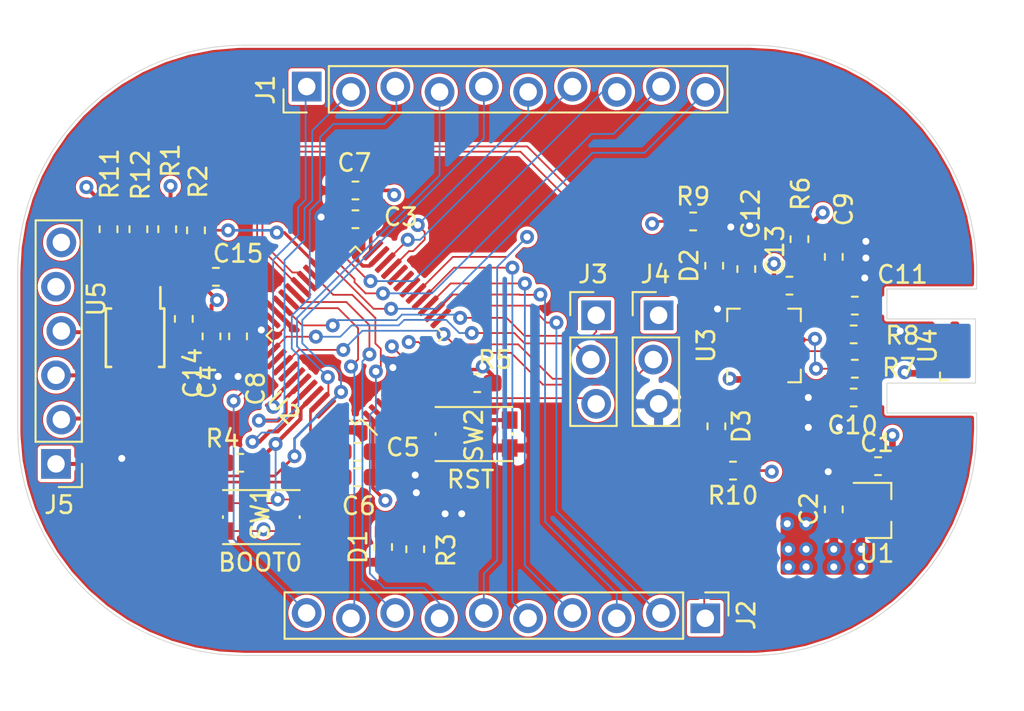
<source format=kicad_pcb>
(kicad_pcb (version 20171130) (host pcbnew "(5.1.6)-1")
  (layers (0 F.Cu signal) (1 In1.Cu power) (2 In2.Cu power) (31 B.Cu signal) (34 B.Paste user) (35 F.Paste user) (36 B.SilkS user) (37 F.SilkS user) (38 B.Mask user) (39 F.Mask user) (44 Edge.Cuts user))
  (net 0 "")
  (net 1 GND)
  (net 2 +3V3)
  (net 3 "Net-(D1-Pad2)")
  (net 4 "Net-(R3-Pad2)")
  (net 5 "Net-(R4-Pad1)")
  (net 6 /MCU/~RST)
  (net 7 "Net-(J1-Pad10)")
  (net 8 "Net-(J1-Pad7)")
  (net 9 "Net-(J1-Pad8)")
  (net 10 "Net-(J1-Pad9)")
  (net 11 "Net-(J1-Pad6)")
  (net 12 "Net-(J1-Pad1)")
  (net 13 "Net-(J1-Pad3)")
  (net 14 "Net-(J1-Pad2)")
  (net 15 "Net-(J2-Pad10)")
  (net 16 "Net-(J2-Pad7)")
  (net 17 "Net-(J2-Pad8)")
  (net 18 "Net-(J2-Pad9)")
  (net 19 "Net-(J2-Pad6)")
  (net 20 "Net-(J2-Pad5)")
  (net 21 "Net-(J2-Pad1)")
  (net 22 "Net-(J2-Pad4)")
  (net 23 "Net-(J2-Pad3)")
  (net 24 "Net-(J2-Pad2)")
  (net 25 "Net-(J3-Pad1)")
  (net 26 "Net-(J3-Pad2)")
  (net 27 /MCU/SWD_TRACE)
  (net 28 VBUS)
  (net 29 "Net-(C9-Pad1)")
  (net 30 /USB2FTDI/D-)
  (net 31 /USB2FTDI/D+)
  (net 32 "Net-(D2-Pad2)")
  (net 33 "Net-(D2-Pad1)")
  (net 34 "Net-(D3-Pad2)")
  (net 35 "Net-(D3-Pad1)")
  (net 36 /DAC/SDA)
  (net 37 /DAC/SCL)
  (net 38 /DAC/ADC1)
  (net 39 /DAC/ADC0)
  (net 40 "Net-(J5-Pad1)")
  (net 41 "Net-(J5-Pad4)")
  (net 42 "Net-(J5-Pad3)")
  (net 43 "Net-(J5-Pad2)")
  (net 44 "Net-(R6-Pad1)")
  (net 45 "Net-(R11-Pad2)")
  (net 46 /DAC/~LDAC)
  (net 47 /MCU/RXS)
  (net 48 /USB2FTDI/RXM)
  (net 49 /USB2FTDI/DR-)
  (net 50 /USB2FTDI/DR+)
  (module Button_Switch_SMD:SW_Push_1P1T_NO_CK_KMR2 (layer F.Cu) (at 145.161 122.301 180)
    (fp_text reference SW2 (at 0 -0.0635 90) (layer F.SilkS))
    (fp_text value SW_Push)
    (pad 2 smd rect (at 2.05 0.8 180) (size 0.9 1) (layers F.Cu F.Paste F.Mask) (net 6 /MCU/~RST))
    (pad 1 smd rect (at 2.05 -0.8 180) (size 0.9 1) (layers F.Cu F.Paste F.Mask) (net 1 GND))
    (pad 2 smd rect (at -2.05 0.8 180) (size 0.9 1) (layers F.Cu F.Paste F.Mask) (net 6 /MCU/~RST))
    (pad 1 smd rect (at -2.05 -0.8 180) (size 0.9 1) (layers F.Cu F.Paste F.Mask) (net 1 GND))
  )
  (module Button_Switch_SMD:SW_Push_1P1T_NO_CK_KMR2 (layer F.Cu) (at 132.969 127.0635 180)
    (fp_text reference SW1 (at 0.0635 0.1905 90) (layer F.SilkS))
    (fp_text value SW_Push)
    (pad 2 smd rect (at 2.05 0.8 180) (size 0.9 1) (layers F.Cu F.Paste F.Mask) (net 5 "Net-(R4-Pad1)"))
    (pad 1 smd rect (at 2.05 -0.8 180) (size 0.9 1) (layers F.Cu F.Paste F.Mask) (net 2 +3V3))
    (pad 2 smd rect (at -2.05 0.8 180) (size 0.9 1) (layers F.Cu F.Paste F.Mask) (net 5 "Net-(R4-Pad1)"))
    (pad 1 smd rect (at -2.05 -0.8 180) (size 0.9 1) (layers F.Cu F.Paste F.Mask) (net 2 +3V3))
  )
  (module Capacitor_SMD:C_0603_1608Metric_Pad1.05x0.95mm_HandSolder (layer F.Cu) (at 160.782 112.8395 90)
    (fp_text reference C12 (at 3.175 0.254 90) (layer F.SilkS))
    (fp_text value 100nF)
    (pad 2 smd roundrect (at 0.875 0 90) (size 1.05 0.95) (layers F.Cu F.Paste F.Mask) (net 1 GND))
    (pad 1 smd roundrect (at -0.875 0 90) (size 1.05 0.95) (layers F.Cu F.Paste F.Mask) (net 28 VBUS))
  )
  (module Capacitor_SMD:C_0603_1608Metric_Pad1.05x0.95mm_HandSolder (layer F.Cu) (at 159.0675 121.8565 270)
    (fp_text reference D3 (at 0 -1.43 90) (layer F.SilkS))
    (fp_text value LED_Small)
    (pad 2 smd roundrect (at 0.875 0 270) (size 1.05 0.95) (layers F.Cu F.Paste F.Mask) (net 34 "Net-(D3-Pad2)"))
    (pad 1 smd roundrect (at -0.875 0 270) (size 1.05 0.95) (layers F.Cu F.Paste F.Mask) (net 35 "Net-(D3-Pad1)"))
  )
  (module Capacitor_SMD:C_0603_1608Metric_Pad1.05x0.95mm_HandSolder (layer F.Cu) (at 139.954 128.778 90)
    (fp_text reference D1 (at 0 -1.43 90) (layer F.SilkS))
    (fp_text value LED_Small_ALT)
    (pad 2 smd roundrect (at 0.875 0 90) (size 1.05 0.95) (layers F.Cu F.Paste F.Mask) (net 3 "Net-(D1-Pad2)"))
    (pad 1 smd roundrect (at -0.875 0 90) (size 1.05 0.95) (layers F.Cu F.Paste F.Mask) (net 1 GND))
  )
  (module AltoidsSmall:USB_Micro-B_PCB (layer F.Cu) (at 172.72 117.5385 90)
    (fp_text reference U4 (at 0.293999 -1.539301 270) (layer F.SilkS))
    (fp_text value USB_B_micro)
    (pad 1 smd rect (at -1.2815 0.0196 90) (size 0.4 1.35) (layers F.Cu F.Paste F.Mask) (net 28 VBUS))
    (pad 3 smd rect (at 0.0185 0.0196 90) (size 0.4 1.35) (layers F.Cu F.Paste F.Mask) (net 31 /USB2FTDI/D+))
    (pad 5 smd rect (at 1.3185 0.0196 90) (size 0.4 1.35) (layers F.Cu F.Paste F.Mask) (net 1 GND))
    (pad 2 smd rect (at -0.6315 0.0196 90) (size 0.4 1.35) (layers F.Cu F.Paste F.Mask) (net 30 /USB2FTDI/D-))
    (pad 4 smd rect (at 0.6685 0.0196 90) (size 0.4 1.35) (layers F.Cu F.Paste F.Mask) (net 1 GND))
  )
  (module Package_SO:MSOP-10_3x3mm_P0.5mm (layer F.Cu) (at 125.73 116.7765 270)
    (fp_text reference U5 (at -2.2225 2.2225 90) (layer F.SilkS))
    (fp_text value MCP4728)
    (pad 10 smd rect (at 2.2 -1 270) (size 1.4 0.3) (layers F.Cu F.Paste F.Mask) (net 1 GND))
    (pad 9 smd rect (at 2.2 -0.5 270) (size 1.4 0.3) (layers F.Cu F.Paste F.Mask) (net 41 "Net-(J5-Pad4)"))
    (pad 8 smd rect (at 2.2 0 270) (size 1.4 0.3) (layers F.Cu F.Paste F.Mask) (net 42 "Net-(J5-Pad3)"))
    (pad 7 smd rect (at 2.2 0.5 270) (size 1.4 0.3) (layers F.Cu F.Paste F.Mask) (net 43 "Net-(J5-Pad2)"))
    (pad 6 smd rect (at 2.2 1 270) (size 1.4 0.3) (layers F.Cu F.Paste F.Mask) (net 40 "Net-(J5-Pad1)"))
    (pad 5 smd rect (at -2.2 1 270) (size 1.4 0.3) (layers F.Cu F.Paste F.Mask) (net 45 "Net-(R11-Pad2)"))
    (pad 4 smd rect (at -2.2 0.5 270) (size 1.4 0.3) (layers F.Cu F.Paste F.Mask) (net 46 /DAC/~LDAC))
    (pad 3 smd rect (at -2.2 0 270) (size 1.4 0.3) (layers F.Cu F.Paste F.Mask) (net 37 /DAC/SCL))
    (pad 2 smd rect (at -2.2 -0.5 270) (size 1.4 0.3) (layers F.Cu F.Paste F.Mask) (net 36 /DAC/SDA))
    (pad 1 smd rect (at -2.2 -1 270) (size 1.4 0.3) (layers F.Cu F.Paste F.Mask) (net 2 +3V3))
  )
  (module Package_DFN_QFN:QFN-16-1EP_4x4mm_P0.65mm_EP2.1x2.1mm (layer F.Cu) (at 161.798 117.221 90)
    (fp_text reference U3 (at 0 -3.32 90) (layer F.SilkS))
    (fp_text value FT230XQ)
    (pad 17 smd rect (at 0 0 90) (size 2.1 2.1) (layers F.Cu F.Mask) (net 1 GND))
    (pad 16 smd roundrect (at -0.975 -1.95 90) (size 0.3 0.85) (layers F.Cu F.Paste F.Mask))
    (pad 15 smd roundrect (at -0.325 -1.95 90) (size 0.3 0.85) (layers F.Cu F.Paste F.Mask) (net 47 /MCU/RXS))
    (pad 14 smd roundrect (at 0.325 -1.95 90) (size 0.3 0.85) (layers F.Cu F.Paste F.Mask))
    (pad 13 smd roundrect (at 0.975 -1.95 90) (size 0.3 0.85) (layers F.Cu F.Paste F.Mask) (net 1 GND))
    (pad 12 smd roundrect (at 1.95 -0.975 90) (size 0.85 0.3) (layers F.Cu F.Paste F.Mask))
    (pad 11 smd roundrect (at 1.95 -0.325 90) (size 0.85 0.3) (layers F.Cu F.Paste F.Mask) (net 33 "Net-(D2-Pad1)"))
    (pad 10 smd roundrect (at 1.95 0.325 90) (size 0.85 0.3) (layers F.Cu F.Paste F.Mask) (net 28 VBUS))
    (pad 9 smd roundrect (at 1.95 0.975 90) (size 0.85 0.3) (layers F.Cu F.Paste F.Mask) (net 44 "Net-(R6-Pad1)"))
    (pad 8 smd roundrect (at 0.975 1.95 90) (size 0.3 0.85) (layers F.Cu F.Paste F.Mask) (net 29 "Net-(C9-Pad1)"))
    (pad 7 smd roundrect (at 0.325 1.95 90) (size 0.3 0.85) (layers F.Cu F.Paste F.Mask) (net 49 /USB2FTDI/DR-))
    (pad 6 smd roundrect (at -0.325 1.95 90) (size 0.3 0.85) (layers F.Cu F.Paste F.Mask) (net 50 /USB2FTDI/DR+))
    (pad 5 smd roundrect (at -0.975 1.95 90) (size 0.3 0.85) (layers F.Cu F.Paste F.Mask) (net 35 "Net-(D3-Pad1)"))
    (pad 4 smd roundrect (at -1.95 0.975 90) (size 0.85 0.3) (layers F.Cu F.Paste F.Mask))
    (pad 3 smd roundrect (at -1.95 0.325 90) (size 0.85 0.3) (layers F.Cu F.Paste F.Mask) (net 1 GND))
    (pad 2 smd roundrect (at -1.95 -0.325 90) (size 0.85 0.3) (layers F.Cu F.Paste F.Mask) (net 48 /USB2FTDI/RXM))
    (pad 1 smd roundrect (at -1.95 -0.975 90) (size 0.85 0.3) (layers F.Cu F.Paste F.Mask) (net 2 +3V3))
  )
  (module Resistor_SMD:R_0603_1608Metric_Pad1.05x0.95mm_HandSolder (layer F.Cu) (at 125.9205 110.5535 90)
    (fp_text reference R12 (at 3.1115 0.127 90) (layer F.SilkS))
    (fp_text value 1k)
    (pad 2 smd roundrect (at 0.875 0 90) (size 1.05 0.95) (layers F.Cu F.Paste F.Mask) (net 1 GND))
    (pad 1 smd roundrect (at -0.875 0 90) (size 1.05 0.95) (layers F.Cu F.Paste F.Mask) (net 46 /DAC/~LDAC))
  )
  (module Resistor_SMD:R_0603_1608Metric_Pad1.05x0.95mm_HandSolder (layer F.Cu) (at 124.206 110.5535 270)
    (fp_text reference R11 (at -3.175 -0.0635 90) (layer F.SilkS))
    (fp_text value 100k)
    (pad 2 smd roundrect (at 0.875 0 270) (size 1.05 0.95) (layers F.Cu F.Paste F.Mask) (net 45 "Net-(R11-Pad2)"))
    (pad 1 smd roundrect (at -0.875 0 270) (size 1.05 0.95) (layers F.Cu F.Paste F.Mask) (net 2 +3V3))
  )
  (module Resistor_SMD:R_0603_1608Metric_Pad1.05x0.95mm_HandSolder (layer F.Cu) (at 160.02 124.3965 180)
    (fp_text reference R10 (at 0 -1.43) (layer F.SilkS))
    (fp_text value 1k)
    (pad 2 smd roundrect (at 0.875 0 180) (size 1.05 0.95) (layers F.Cu F.Paste F.Mask) (net 34 "Net-(D3-Pad2)"))
    (pad 1 smd roundrect (at -0.875 0 180) (size 1.05 0.95) (layers F.Cu F.Paste F.Mask) (net 2 +3V3))
  )
  (module Resistor_SMD:R_0603_1608Metric_Pad1.05x0.95mm_HandSolder (layer F.Cu) (at 157.734 110.109)
    (fp_text reference R9 (at 0 -1.43) (layer F.SilkS))
    (fp_text value 1k)
    (pad 2 smd roundrect (at 0.875 0) (size 1.05 0.95) (layers F.Cu F.Paste F.Mask) (net 32 "Net-(D2-Pad2)"))
    (pad 1 smd roundrect (at -0.875 0) (size 1.05 0.95) (layers F.Cu F.Paste F.Mask) (net 2 +3V3))
  )
  (module Resistor_SMD:R_0603_1608Metric_Pad1.05x0.95mm_HandSolder (layer F.Cu) (at 166.9415 116.586)
    (fp_text reference R8 (at 2.794 0.0635) (layer F.SilkS))
    (fp_text value 27)
    (pad 2 smd roundrect (at 0.875 0) (size 1.05 0.95) (layers F.Cu F.Paste F.Mask) (net 31 /USB2FTDI/D+))
    (pad 1 smd roundrect (at -0.875 0) (size 1.05 0.95) (layers F.Cu F.Paste F.Mask) (net 50 /USB2FTDI/DR+))
  )
  (module Resistor_SMD:R_0603_1608Metric_Pad1.05x0.95mm_HandSolder (layer F.Cu) (at 167.005 118.5545)
    (fp_text reference R7 (at 2.54 -0.0635) (layer F.SilkS))
    (fp_text value 27)
    (pad 2 smd roundrect (at 0.875 0) (size 1.05 0.95) (layers F.Cu F.Paste F.Mask) (net 30 /USB2FTDI/D-))
    (pad 1 smd roundrect (at -0.875 0) (size 1.05 0.95) (layers F.Cu F.Paste F.Mask) (net 49 /USB2FTDI/DR-))
  )
  (module Resistor_SMD:R_0603_1608Metric_Pad1.05x0.95mm_HandSolder (layer F.Cu) (at 163.83 111.125 90)
    (fp_text reference R6 (at 2.6035 0.0635 90) (layer F.SilkS))
    (fp_text value 1k)
    (pad 2 smd roundrect (at 0.875 0 90) (size 1.05 0.95) (layers F.Cu F.Paste F.Mask) (net 2 +3V3))
    (pad 1 smd roundrect (at -0.875 0 90) (size 1.05 0.95) (layers F.Cu F.Paste F.Mask) (net 44 "Net-(R6-Pad1)"))
  )
  (module StaggeredConnectors:Conn_Header_1x06_P2.54mm_staggered_0.006in (layer F.Cu) (at 121.3485 118.9355 180)
    (fp_text reference J5 (at -0.0305 -7.4295) (layer F.SilkS))
    (fp_text value Conn_01x06_Male hide)
    (pad 6 thru_hole circle (at -0.1524 7.6235 180) (size 1.7 1.7) (drill 1) (layers *.Cu *.Mask) (net 38 /DAC/ADC1))
    (pad 5 thru_hole oval (at 0.1524 5.0835 270) (size 1.7 1.7) (drill 1) (layers *.Cu *.Mask) (net 39 /DAC/ADC0))
    (pad 1 thru_hole rect (at 0.1524 -5.0765 180) (size 1.7 1.7) (drill 1) (layers *.Cu *.Mask) (net 40 "Net-(J5-Pad1)"))
    (pad 4 thru_hole oval (at -0.1524 2.5435 180) (size 1.7 1.7) (drill 1) (layers *.Cu *.Mask) (net 41 "Net-(J5-Pad4)"))
    (pad 3 thru_hole oval (at 0.1524 0.0035 180) (size 1.7 1.7) (drill 1) (layers *.Cu *.Mask) (net 42 "Net-(J5-Pad3)"))
    (pad 2 thru_hole oval (at -0.1524 -2.5365 180) (size 1.7 1.7) (drill 1) (layers *.Cu *.Mask) (net 43 "Net-(J5-Pad2)"))
  )
  (module Capacitor_SMD:C_0603_1608Metric_Pad1.05x0.95mm_HandSolder (layer F.Cu) (at 158.9405 112.649 90)
    (fp_text reference D2 (at 0 -1.43 90) (layer F.SilkS))
    (fp_text value LED_Small)
    (pad 2 smd roundrect (at 0.875 0 90) (size 1.05 0.95) (layers F.Cu F.Paste F.Mask) (net 32 "Net-(D2-Pad2)"))
    (pad 1 smd roundrect (at -0.875 0 90) (size 1.05 0.95) (layers F.Cu F.Paste F.Mask) (net 33 "Net-(D2-Pad1)"))
  )
  (module Capacitor_SMD:C_0603_1608Metric_Pad1.05x0.95mm_HandSolder (layer F.Cu) (at 130.3655 113.284)
    (fp_text reference C15 (at 1.27 -1.3335) (layer F.SilkS))
    (fp_text value 1uF)
    (pad 2 smd roundrect (at 0.875 0) (size 1.05 0.95) (layers F.Cu F.Paste F.Mask) (net 1 GND))
    (pad 1 smd roundrect (at -0.875 0) (size 1.05 0.95) (layers F.Cu F.Paste F.Mask) (net 2 +3V3))
  )
  (module Capacitor_SMD:C_0603_1608Metric_Pad1.05x0.95mm_HandSolder (layer F.Cu) (at 128.524 115.697 270)
    (fp_text reference C14 (at 3.1115 -0.508 90) (layer F.SilkS))
    (fp_text value 100nF)
    (pad 2 smd roundrect (at 0.875 0 270) (size 1.05 0.95) (layers F.Cu F.Paste F.Mask) (net 1 GND))
    (pad 1 smd roundrect (at -0.875 0 270) (size 1.05 0.95) (layers F.Cu F.Paste F.Mask) (net 2 +3V3))
  )
  (module Capacitor_SMD:C_0603_1608Metric_Pad1.05x0.95mm_HandSolder (layer F.Cu) (at 163.2585 113.792)
    (fp_text reference C13 (at -0.8255 -2.032 90) (layer F.SilkS))
    (fp_text value 4.7uF)
    (pad 2 smd roundrect (at 0.875 0) (size 1.05 0.95) (layers F.Cu F.Paste F.Mask) (net 1 GND))
    (pad 1 smd roundrect (at -0.875 0) (size 1.05 0.95) (layers F.Cu F.Paste F.Mask) (net 28 VBUS))
  )
  (module Capacitor_SMD:C_0603_1608Metric_Pad1.05x0.95mm_HandSolder (layer F.Cu) (at 167.005 114.935 180)
    (fp_text reference C11 (at -2.7305 1.778) (layer F.SilkS))
    (fp_text value 47pF)
    (pad 2 smd roundrect (at 0.875 0 180) (size 1.05 0.95) (layers F.Cu F.Paste F.Mask) (net 1 GND))
    (pad 1 smd roundrect (at -0.875 0 180) (size 1.05 0.95) (layers F.Cu F.Paste F.Mask) (net 31 /USB2FTDI/D+))
  )
  (module Capacitor_SMD:C_0603_1608Metric_Pad1.05x0.95mm_HandSolder (layer F.Cu) (at 166.9415 120.2055 180)
    (fp_text reference C10 (at 0.0635 -1.5875) (layer F.SilkS))
    (fp_text value 47pF)
    (pad 2 smd roundrect (at 0.875 0 180) (size 1.05 0.95) (layers F.Cu F.Paste F.Mask) (net 1 GND))
    (pad 1 smd roundrect (at -0.875 0 180) (size 1.05 0.95) (layers F.Cu F.Paste F.Mask) (net 30 /USB2FTDI/D-))
  )
  (module Capacitor_SMD:C_0603_1608Metric_Pad1.05x0.95mm_HandSolder (layer F.Cu) (at 165.7985 112.141 90)
    (fp_text reference C9 (at 2.7305 0.5715 90) (layer F.SilkS))
    (fp_text value 100nF)
    (pad 2 smd roundrect (at 0.875 0 90) (size 1.05 0.95) (layers F.Cu F.Paste F.Mask) (net 1 GND))
    (pad 1 smd roundrect (at -0.875 0 90) (size 1.05 0.95) (layers F.Cu F.Paste F.Mask) (net 29 "Net-(C9-Pad1)"))
  )
  (module StaggeredConnectors:Conn_Header_1x03_P2.54mm_staggered_0.006in (layer F.Cu) (at 155.6004 120.566501)
    (fp_text reference J4 (at -0.0305 -7.4295) (layer F.SilkS))
    (fp_text value Conn_01x03_Male hide)
    (pad 1 thru_hole rect (at 0.1524 -5.0765) (size 1.7 1.7) (drill 1) (layers *.Cu *.Mask) (net 2 +3V3))
    (pad 3 thru_hole oval (at 0.1524 0.0035) (size 1.7 1.7) (drill 1) (layers *.Cu *.Mask) (net 1 GND))
    (pad 2 thru_hole oval (at -0.1524 -2.5365) (size 1.7 1.7) (drill 1) (layers *.Cu *.Mask) (net 27 /MCU/SWD_TRACE))
  )
  (module StaggeredConnectors:Conn_Header_1x03_P2.54mm_staggered_0.006in (layer F.Cu) (at 152.020501 120.566501)
    (fp_text reference J3 (at -0.0305 -7.4295) (layer F.SilkS))
    (fp_text value Conn_01x03_Male hide)
    (pad 1 thru_hole rect (at 0.1524 -5.0765) (size 1.7 1.7) (drill 1) (layers *.Cu *.Mask) (net 25 "Net-(J3-Pad1)"))
    (pad 3 thru_hole oval (at 0.1524 0.0035) (size 1.7 1.7) (drill 1) (layers *.Cu *.Mask) (net 6 /MCU/~RST))
    (pad 2 thru_hole oval (at -0.1524 -2.5365) (size 1.7 1.7) (drill 1) (layers *.Cu *.Mask) (net 26 "Net-(J3-Pad2)"))
  )
  (module Capacitor_SMD:C_0603_1608Metric_Pad1.05x0.95mm_HandSolder (layer F.Cu) (at 131.6355 116.699 270)
    (fp_text reference C8 (at 2.9985 -1.016 90) (layer F.SilkS))
    (fp_text value 1uF)
    (pad 2 smd roundrect (at 0.875 0 270) (size 1.05 0.95) (layers F.Cu F.Paste F.Mask) (net 1 GND))
    (pad 1 smd roundrect (at -0.875 0 270) (size 1.05 0.95) (layers F.Cu F.Paste F.Mask) (net 2 +3V3))
  )
  (module Capacitor_SMD:C_0603_1608Metric_Pad1.05x0.95mm_HandSolder (layer F.Cu) (at 138.4935 124.7775 180)
    (fp_text reference C6 (at -0.0635 -1.651) (layer F.SilkS))
    (fp_text value 1uF)
    (pad 2 smd roundrect (at 0.875 0 180) (size 1.05 0.95) (layers F.Cu F.Paste F.Mask) (net 1 GND))
    (pad 1 smd roundrect (at -0.875 0 180) (size 1.05 0.95) (layers F.Cu F.Paste F.Mask) (net 2 +3V3))
  )
  (module StaggeredConnectors:Conn_Header_1x10_P2.54mm_staggered_0.006in (layer F.Cu) (at 153.3525 132.715 270)
    (fp_text reference J2 (at -0.0305 -7.4295 90) (layer F.SilkS))
    (fp_text value Conn_01x10_Male hide)
    (pad 10 thru_hole oval (at -0.1524 17.7835 270) (size 1.7 1.7) (drill 1) (layers *.Cu *.Mask) (net 15 "Net-(J2-Pad10)"))
    (pad 7 thru_hole oval (at 0.1524 10.1635 270) (size 1.7 1.7) (drill 1) (layers *.Cu *.Mask) (net 16 "Net-(J2-Pad7)"))
    (pad 8 thru_hole oval (at -0.1524 12.7035 270) (size 1.7 1.7) (drill 1) (layers *.Cu *.Mask) (net 17 "Net-(J2-Pad8)"))
    (pad 9 thru_hole oval (at 0.1524 15.2435 270) (size 1.7 1.7) (drill 1) (layers *.Cu *.Mask) (net 18 "Net-(J2-Pad9)"))
    (pad 6 thru_hole circle (at -0.1524 7.6235 270) (size 1.7 1.7) (drill 1) (layers *.Cu *.Mask) (net 19 "Net-(J2-Pad6)"))
    (pad 5 thru_hole oval (at 0.1524 5.0835) (size 1.7 1.7) (drill 1) (layers *.Cu *.Mask) (net 20 "Net-(J2-Pad5)"))
    (pad 1 thru_hole rect (at 0.1524 -5.0765 270) (size 1.7 1.7) (drill 1) (layers *.Cu *.Mask) (net 21 "Net-(J2-Pad1)"))
    (pad 4 thru_hole oval (at -0.1524 2.5435 270) (size 1.7 1.7) (drill 1) (layers *.Cu *.Mask) (net 22 "Net-(J2-Pad4)"))
    (pad 3 thru_hole oval (at 0.1524 0.0035 270) (size 1.7 1.7) (drill 1) (layers *.Cu *.Mask) (net 23 "Net-(J2-Pad3)"))
    (pad 2 thru_hole oval (at -0.1524 -2.5365 270) (size 1.7 1.7) (drill 1) (layers *.Cu *.Mask) (net 24 "Net-(J2-Pad2)"))
  )
  (module StaggeredConnectors:Conn_Header_1x10_P2.54mm_staggered_0.006in (layer F.Cu) (at 140.649 102.5271 90)
    (fp_text reference J1 (at -0.0305 -7.4295 90) (layer F.SilkS))
    (fp_text value Conn_01x10_Male hide)
    (pad 10 thru_hole oval (at -0.1524 17.7835 90) (size 1.7 1.7) (drill 1) (layers *.Cu *.Mask) (net 7 "Net-(J1-Pad10)"))
    (pad 7 thru_hole oval (at 0.1524 10.1635 90) (size 1.7 1.7) (drill 1) (layers *.Cu *.Mask) (net 8 "Net-(J1-Pad7)"))
    (pad 8 thru_hole oval (at -0.1524 12.7035 90) (size 1.7 1.7) (drill 1) (layers *.Cu *.Mask) (net 9 "Net-(J1-Pad8)"))
    (pad 9 thru_hole oval (at 0.1524 15.2435 90) (size 1.7 1.7) (drill 1) (layers *.Cu *.Mask) (net 10 "Net-(J1-Pad9)"))
    (pad 6 thru_hole circle (at -0.1524 7.6235 90) (size 1.7 1.7) (drill 1) (layers *.Cu *.Mask) (net 11 "Net-(J1-Pad6)"))
    (pad 5 thru_hole oval (at 0.1524 5.0835 180) (size 1.7 1.7) (drill 1) (layers *.Cu *.Mask) (net 36 /DAC/SDA))
    (pad 1 thru_hole rect (at 0.1524 -5.0765 90) (size 1.7 1.7) (drill 1) (layers *.Cu *.Mask) (net 12 "Net-(J1-Pad1)"))
    (pad 4 thru_hole oval (at -0.1524 2.5435 90) (size 1.7 1.7) (drill 1) (layers *.Cu *.Mask) (net 37 /DAC/SCL))
    (pad 3 thru_hole oval (at 0.1524 0.0035 90) (size 1.7 1.7) (drill 1) (layers *.Cu *.Mask) (net 13 "Net-(J1-Pad3)"))
    (pad 2 thru_hole oval (at -0.1524 -2.5365 90) (size 1.7 1.7) (drill 1) (layers *.Cu *.Mask) (net 14 "Net-(J1-Pad2)"))
  )
  (module Package_QFP:LQFP-48_7x7mm_P0.5mm (layer F.Cu) (at 138.3665 116.6495 135)
    (fp_text reference U2 (at 0 -5.85 135) (layer F.SilkS))
    (fp_text value STM32F103C8Tx)
    (pad 48 smd roundrect (at -2.75 -4.1625 135) (size 0.3 1.475) (layers F.Cu F.Paste F.Mask) (net 2 +3V3))
    (pad 47 smd roundrect (at -2.25 -4.1625 135) (size 0.3 1.475) (layers F.Cu F.Paste F.Mask) (net 1 GND))
    (pad 46 smd roundrect (at -1.75 -4.1625 135) (size 0.3 1.475) (layers F.Cu F.Paste F.Mask) (net 36 /DAC/SDA))
    (pad 45 smd roundrect (at -1.25 -4.1625 135) (size 0.3 1.475) (layers F.Cu F.Paste F.Mask) (net 37 /DAC/SCL))
    (pad 44 smd roundrect (at -0.75 -4.1625 135) (size 0.3 1.475) (layers F.Cu F.Paste F.Mask) (net 5 "Net-(R4-Pad1)"))
    (pad 43 smd roundrect (at -0.25 -4.1625 135) (size 0.3 1.475) (layers F.Cu F.Paste F.Mask) (net 13 "Net-(J1-Pad3)"))
    (pad 42 smd roundrect (at 0.25 -4.1625 135) (size 0.3 1.475) (layers F.Cu F.Paste F.Mask) (net 14 "Net-(J1-Pad2)"))
    (pad 41 smd roundrect (at 0.75 -4.1625 135) (size 0.3 1.475) (layers F.Cu F.Paste F.Mask) (net 12 "Net-(J1-Pad1)"))
    (pad 40 smd roundrect (at 1.25 -4.1625 135) (size 0.3 1.475) (layers F.Cu F.Paste F.Mask))
    (pad 39 smd roundrect (at 1.75 -4.1625 135) (size 0.3 1.475) (layers F.Cu F.Paste F.Mask) (net 27 /MCU/SWD_TRACE))
    (pad 38 smd roundrect (at 2.25 -4.1625 135) (size 0.3 1.475) (layers F.Cu F.Paste F.Mask) (net 15 "Net-(J2-Pad10)"))
    (pad 37 smd roundrect (at 2.75 -4.1625 135) (size 0.3 1.475) (layers F.Cu F.Paste F.Mask) (net 26 "Net-(J3-Pad2)"))
    (pad 36 smd roundrect (at 4.1625 -2.75 135) (size 1.475 0.3) (layers F.Cu F.Paste F.Mask) (net 2 +3V3))
    (pad 35 smd roundrect (at 4.1625 -2.25 135) (size 1.475 0.3) (layers F.Cu F.Paste F.Mask) (net 1 GND))
    (pad 34 smd roundrect (at 4.1625 -1.75 135) (size 1.475 0.3) (layers F.Cu F.Paste F.Mask) (net 25 "Net-(J3-Pad1)"))
    (pad 33 smd roundrect (at 4.1625 -1.25 135) (size 1.475 0.3) (layers F.Cu F.Paste F.Mask) (net 18 "Net-(J2-Pad9)"))
    (pad 32 smd roundrect (at 4.1625 -0.75 135) (size 1.475 0.3) (layers F.Cu F.Paste F.Mask) (net 17 "Net-(J2-Pad8)"))
    (pad 31 smd roundrect (at 4.1625 -0.25 135) (size 1.475 0.3) (layers F.Cu F.Paste F.Mask) (net 47 /MCU/RXS))
    (pad 30 smd roundrect (at 4.1625 0.25 135) (size 1.475 0.3) (layers F.Cu F.Paste F.Mask) (net 48 /USB2FTDI/RXM))
    (pad 29 smd roundrect (at 4.1625 0.75 135) (size 1.475 0.3) (layers F.Cu F.Paste F.Mask) (net 16 "Net-(J2-Pad7)"))
    (pad 28 smd roundrect (at 4.1625 1.25 135) (size 1.475 0.3) (layers F.Cu F.Paste F.Mask) (net 46 /DAC/~LDAC))
    (pad 27 smd roundrect (at 4.1625 1.75 135) (size 1.475 0.3) (layers F.Cu F.Paste F.Mask) (net 7 "Net-(J1-Pad10)"))
    (pad 26 smd roundrect (at 4.1625 2.25 135) (size 1.475 0.3) (layers F.Cu F.Paste F.Mask) (net 10 "Net-(J1-Pad9)"))
    (pad 25 smd roundrect (at 4.1625 2.75 135) (size 1.475 0.3) (layers F.Cu F.Paste F.Mask) (net 9 "Net-(J1-Pad8)"))
    (pad 24 smd roundrect (at 2.75 4.1625 135) (size 0.3 1.475) (layers F.Cu F.Paste F.Mask) (net 2 +3V3))
    (pad 23 smd roundrect (at 2.25 4.1625 135) (size 0.3 1.475) (layers F.Cu F.Paste F.Mask) (net 1 GND))
    (pad 22 smd roundrect (at 1.75 4.1625 135) (size 0.3 1.475) (layers F.Cu F.Paste F.Mask) (net 8 "Net-(J1-Pad7)"))
    (pad 21 smd roundrect (at 1.25 4.1625 135) (size 0.3 1.475) (layers F.Cu F.Paste F.Mask) (net 11 "Net-(J1-Pad6)"))
    (pad 20 smd roundrect (at 0.75 4.1625 135) (size 0.3 1.475) (layers F.Cu F.Paste F.Mask))
    (pad 19 smd roundrect (at 0.25 4.1625 135) (size 0.3 1.475) (layers F.Cu F.Paste F.Mask))
    (pad 18 smd roundrect (at -0.25 4.1625 135) (size 0.3 1.475) (layers F.Cu F.Paste F.Mask))
    (pad 17 smd roundrect (at -0.75 4.1625 135) (size 0.3 1.475) (layers F.Cu F.Paste F.Mask) (net 19 "Net-(J2-Pad6)"))
    (pad 16 smd roundrect (at -1.25 4.1625 135) (size 0.3 1.475) (layers F.Cu F.Paste F.Mask) (net 20 "Net-(J2-Pad5)"))
    (pad 15 smd roundrect (at -1.75 4.1625 135) (size 0.3 1.475) (layers F.Cu F.Paste F.Mask) (net 22 "Net-(J2-Pad4)"))
    (pad 14 smd roundrect (at -2.25 4.1625 135) (size 0.3 1.475) (layers F.Cu F.Paste F.Mask) (net 23 "Net-(J2-Pad3)"))
    (pad 13 smd roundrect (at -2.75 4.1625 135) (size 0.3 1.475) (layers F.Cu F.Paste F.Mask) (net 24 "Net-(J2-Pad2)"))
    (pad 12 smd roundrect (at -4.1625 2.75 135) (size 1.475 0.3) (layers F.Cu F.Paste F.Mask) (net 21 "Net-(J2-Pad1)"))
    (pad 11 smd roundrect (at -4.1625 2.25 135) (size 1.475 0.3) (layers F.Cu F.Paste F.Mask) (net 38 /DAC/ADC1))
    (pad 10 smd roundrect (at -4.1625 1.75 135) (size 1.475 0.3) (layers F.Cu F.Paste F.Mask) (net 39 /DAC/ADC0))
    (pad 9 smd roundrect (at -4.1625 1.25 135) (size 1.475 0.3) (layers F.Cu F.Paste F.Mask) (net 2 +3V3))
    (pad 8 smd roundrect (at -4.1625 0.75 135) (size 1.475 0.3) (layers F.Cu F.Paste F.Mask) (net 1 GND))
    (pad 7 smd roundrect (at -4.1625 0.25 135) (size 1.475 0.3) (layers F.Cu F.Paste F.Mask) (net 6 /MCU/~RST))
    (pad 6 smd roundrect (at -4.1625 -0.25 135) (size 1.475 0.3) (layers F.Cu F.Paste F.Mask))
    (pad 5 smd roundrect (at -4.1625 -0.75 135) (size 1.475 0.3) (layers F.Cu F.Paste F.Mask))
    (pad 4 smd roundrect (at -4.1625 -1.25 135) (size 1.475 0.3) (layers F.Cu F.Paste F.Mask))
    (pad 3 smd roundrect (at -4.1625 -1.75 135) (size 1.475 0.3) (layers F.Cu F.Paste F.Mask))
    (pad 2 smd roundrect (at -4.1625 -2.25 135) (size 1.475 0.3) (layers F.Cu F.Paste F.Mask) (net 4 "Net-(R3-Pad2)"))
    (pad 1 smd roundrect (at -4.1625 -2.75 135) (size 1.475 0.3) (layers F.Cu F.Paste F.Mask) (net 2 +3V3))
  )
  (module Package_TO_SOT_SMD:SOT-23 (layer F.Cu) (at 168.3385 126.6825)
    (fp_text reference U1 (at -0.0635 2.4765) (layer F.SilkS))
    (fp_text value SC662K-3.3V)
    (pad 3 smd rect (at 1 0) (size 0.9 0.8) (layers F.Cu F.Paste F.Mask) (net 28 VBUS))
    (pad 2 smd rect (at -1 0.95) (size 0.9 0.8) (layers F.Cu F.Paste F.Mask) (net 2 +3V3))
    (pad 1 smd rect (at -1 -0.95) (size 0.9 0.8) (layers F.Cu F.Paste F.Mask) (net 1 GND))
  )
  (module Resistor_SMD:R_0603_1608Metric_Pad1.05x0.95mm_HandSolder (layer F.Cu) (at 145.3515 119.38 180)
    (fp_text reference R5 (at -1.016 1.3335) (layer F.SilkS))
    (fp_text value 1k)
    (pad 2 smd roundrect (at 0.875 0 180) (size 1.05 0.95) (layers F.Cu F.Paste F.Mask) (net 6 /MCU/~RST))
    (pad 1 smd roundrect (at -0.875 0 180) (size 1.05 0.95) (layers F.Cu F.Paste F.Mask) (net 2 +3V3))
  )
  (module Resistor_SMD:R_0603_1608Metric_Pad1.05x0.95mm_HandSolder (layer F.Cu) (at 131.7625 123.952 180)
    (fp_text reference R4 (at 1.016 1.397) (layer F.SilkS))
    (fp_text value 1k)
    (pad 2 smd roundrect (at 0.875 0 180) (size 1.05 0.95) (layers F.Cu F.Paste F.Mask) (net 1 GND))
    (pad 1 smd roundrect (at -0.875 0 180) (size 1.05 0.95) (layers F.Cu F.Paste F.Mask) (net 5 "Net-(R4-Pad1)"))
  )
  (module Resistor_SMD:R_0603_1608Metric_Pad1.05x0.95mm_HandSolder (layer F.Cu) (at 141.7955 128.905 90)
    (fp_text reference R3 (at -0.0635 1.778 90) (layer F.SilkS))
    (fp_text value 1k)
    (pad 2 smd roundrect (at 0.875 0 90) (size 1.05 0.95) (layers F.Cu F.Paste F.Mask) (net 4 "Net-(R3-Pad2)"))
    (pad 1 smd roundrect (at -0.875 0 90) (size 1.05 0.95) (layers F.Cu F.Paste F.Mask) (net 3 "Net-(D1-Pad2)"))
  )
  (module Resistor_SMD:R_0603_1608Metric_Pad1.05x0.95mm_HandSolder (layer F.Cu) (at 129.2225 110.617 270)
    (fp_text reference R2 (at -2.794 -0.127 90) (layer F.SilkS))
    (fp_text value 5k)
    (pad 2 smd roundrect (at 0.875 0 270) (size 1.05 0.95) (layers F.Cu F.Paste F.Mask) (net 36 /DAC/SDA))
    (pad 1 smd roundrect (at -0.875 0 270) (size 1.05 0.95) (layers F.Cu F.Paste F.Mask) (net 2 +3V3))
  )
  (module Resistor_SMD:R_0603_1608Metric_Pad1.05x0.95mm_HandSolder (layer F.Cu) (at 127.5715 110.5535 270)
    (fp_text reference R1 (at -3.937 -0.1905 90) (layer F.SilkS))
    (fp_text value 5k)
    (pad 2 smd roundrect (at 0.875 0 270) (size 1.05 0.95) (layers F.Cu F.Paste F.Mask) (net 37 /DAC/SCL))
    (pad 1 smd roundrect (at -0.875 0 270) (size 1.05 0.95) (layers F.Cu F.Paste F.Mask) (net 2 +3V3))
  )
  (module Capacitor_SMD:C_0603_1608Metric_Pad1.05x0.95mm_HandSolder (layer F.Cu) (at 138.3665 108.331 180)
    (fp_text reference C7 (at 0.0635 1.5875) (layer F.SilkS))
    (fp_text value 100nF)
    (pad 2 smd roundrect (at 0.875 0 180) (size 1.05 0.95) (layers F.Cu F.Paste F.Mask) (net 1 GND))
    (pad 1 smd roundrect (at -0.875 0 180) (size 1.05 0.95) (layers F.Cu F.Paste F.Mask) (net 2 +3V3))
  )
  (module Capacitor_SMD:C_0603_1608Metric_Pad1.05x0.95mm_HandSolder (layer F.Cu) (at 138.4935 123.317 180)
    (fp_text reference C5 (at -2.6035 0.254) (layer F.SilkS))
    (fp_text value 100nF)
    (pad 2 smd roundrect (at 0.875 0 180) (size 1.05 0.95) (layers F.Cu F.Paste F.Mask) (net 1 GND))
    (pad 1 smd roundrect (at -0.875 0 180) (size 1.05 0.95) (layers F.Cu F.Paste F.Mask) (net 2 +3V3))
  )
  (module Capacitor_SMD:C_0603_1608Metric_Pad1.05x0.95mm_HandSolder (layer F.Cu) (at 130.1115 116.699 270)
    (fp_text reference C4 (at 2.6175 0.254 90) (layer F.SilkS))
    (fp_text value 100nF)
    (pad 2 smd roundrect (at 0.875 0 270) (size 1.05 0.95) (layers F.Cu F.Paste F.Mask) (net 1 GND))
    (pad 1 smd roundrect (at -0.875 0 270) (size 1.05 0.95) (layers F.Cu F.Paste F.Mask) (net 2 +3V3))
  )
  (module Capacitor_SMD:C_0603_1608Metric_Pad1.05x0.95mm_HandSolder (layer F.Cu) (at 138.3665 109.982 180)
    (fp_text reference C3 (at -2.6035 0.127) (layer F.SilkS))
    (fp_text value 100nF)
    (pad 2 smd roundrect (at 0.875 0 180) (size 1.05 0.95) (layers F.Cu F.Paste F.Mask) (net 1 GND))
    (pad 1 smd roundrect (at -0.875 0 180) (size 1.05 0.95) (layers F.Cu F.Paste F.Mask) (net 2 +3V3))
  )
  (module Capacitor_SMD:C_0603_1608Metric_Pad1.05x0.95mm_HandSolder (layer F.Cu) (at 165.7985 126.619 90)
    (fp_text reference C2 (at 0 -1.43 90) (layer F.SilkS))
    (fp_text value 1uF)
    (pad 2 smd roundrect (at 0.875 0 90) (size 1.05 0.95) (layers F.Cu F.Paste F.Mask) (net 1 GND))
    (pad 1 smd roundrect (at -0.875 0 90) (size 1.05 0.95) (layers F.Cu F.Paste F.Mask) (net 2 +3V3))
  )
  (module Capacitor_SMD:C_0603_1608Metric_Pad1.05x0.95mm_HandSolder (layer F.Cu) (at 168.3385 124.1425 180)
    (fp_text reference C1 (at 0.0635 1.3335) (layer F.SilkS))
    (fp_text value 1uF)
    (pad 2 smd roundrect (at 0.875 0 180) (size 1.05 0.95) (layers F.Cu F.Paste F.Mask) (net 1 GND))
    (pad 1 smd roundrect (at -0.875 0 180) (size 1.05 0.95) (layers F.Cu F.Paste F.Mask) (net 28 VBUS))
  )
  (gr_text "RST\n" (at 144.9705 124.9045) (layer F.SilkS) (effects (font (size 1 1))))
  (gr_text "BOOT0\n" (at 132.9055 129.667) (layer F.SilkS) (effects (font (size 1 1))))
  (gr_line (start 173.99 121.0945) (end 174 122) (layer Edge.Cuts) (width 0.05))
  (gr_line (start 173.9265 121.0945) (end 173.99 121.0945) (layer Edge.Cuts) (width 0.05))
  (gr_line (start 173.99 113.9825) (end 174 113) (layer Edge.Cuts) (width 0.05))
  (gr_line (start 168.8465 113.9825) (end 173.99 113.9825) (layer Edge.Cuts) (width 0.05))
  (gr_line (start 170.053 121.0945) (end 173.9265 121.0945) (layer Edge.Cuts) (width 0.05))
  (gr_line (start 168.8465 115.443) (end 168.8465 113.9825) (layer Edge.Cuts) (width 0.05))
  (gr_line (start 168.8465 115.697) (end 168.8465 115.443) (layer Edge.Cuts) (width 0.05))
  (gr_line (start 168.8465 121.0945) (end 170.053 121.0945) (layer Edge.Cuts) (width 0.05))
  (gr_line (start 168.8465 119.634) (end 168.8465 121.0945) (layer Edge.Cuts) (width 0.05))
  (gr_line (start 168.8465 119.38) (end 168.8465 119.634) (layer Edge.Cuts) (width 0.05))
  (gr_line (start 173.9265 119.38) (end 168.8465 119.38) (layer Edge.Cuts) (width 0.05))
  (gr_line (start 173.9265 115.697) (end 173.9265 119.38) (layer Edge.Cuts) (width 0.05))
  (gr_line (start 168.8465 115.697) (end 173.9265 115.697) (layer Edge.Cuts) (width 0.05))
  (gr_line (start 132 135) (end 161 135) (layer Edge.Cuts) (width 0.05))
  (gr_line (start 119 122) (end 119 113) (layer Edge.Cuts) (width 0.05))
  (gr_arc (start 132 122) (end 119 122) (angle -90) (layer Edge.Cuts) (width 0.05))
  (gr_arc (start 161 122) (end 161 135) (angle -90) (layer Edge.Cuts) (width 0.05))
  (gr_arc (start 161 113) (end 174 113) (angle -90) (layer Edge.Cuts) (width 0.05))
  (gr_arc (start 132 113) (end 132 100) (angle -90) (layer Edge.Cuts) (width 0.05))
  (gr_line (start 132 100) (end 161 100) (layer Edge.Cuts) (width 0.05))
  (segment (start 140.779502 113.175838) (end 140.779502 113.140484) (width 0.2) (layer F.Cu) (net 0))
  (segment (start 130.1115 117.574) (end 131.6635 117.574) (width 0.2286) (layer F.Cu) (net 1))
  (via (at 141.7955 124.6505) (size 0.8) (drill 0.4) (layers F.Cu B.Cu) (net 1))
  (via (at 141.859 125.6665) (size 0.8) (drill 0.4) (layers F.Cu B.Cu) (net 1))
  (via (at 143.51 126.873) (size 0.8) (drill 0.4) (layers F.Cu B.Cu) (net 1))
  (via (at 144.4625 126.873) (size 0.8) (drill 0.4) (layers F.Cu B.Cu) (net 1))
  (via (at 124.968 123.698) (size 0.8) (drill 0.4) (layers F.Cu B.Cu) (net 1))
  (segment (start 136.469611 121.728369) (end 136.469611 122.182111) (width 0.2032) (layer F.Cu) (net 1))
  (segment (start 137.014158 121.183822) (end 136.469611 121.728369) (width 0.2032) (layer F.Cu) (net 1))
  (segment (start 136.469611 122.182111) (end 137.668 123.3805) (width 0.2032) (layer F.Cu) (net 1))
  (segment (start 137.668 123.3805) (end 137.668 124.7775) (width 0.2032) (layer F.Cu) (net 1))
  (segment (start 134.325925 116.201095) (end 132.92502 117.602) (width 0.1016) (layer F.Cu) (net 1))
  (segment (start 134.325925 115.790905) (end 134.325925 116.201095) (width 0.1016) (layer F.Cu) (net 1))
  (segment (start 133.832178 115.297158) (end 134.325925 115.790905) (width 0.1016) (layer F.Cu) (net 1))
  (segment (start 132.92502 117.602) (end 131.6355 117.602) (width 0.1016) (layer F.Cu) (net 1))
  (segment (start 136.525 109.982) (end 136.398 109.855) (width 0.2032) (layer F.Cu) (net 1))
  (via (at 136.398 109.855) (size 0.8) (drill 0.4) (layers F.Cu B.Cu) (net 1))
  (segment (start 137.4915 109.982) (end 136.525 109.982) (width 0.2032) (layer F.Cu) (net 1))
  (via (at 140.514065 118.488153) (size 0.8) (drill 0.4) (layers F.Cu B.Cu) (net 1))
  (segment (start 141.265813 118.488153) (end 140.514065 118.488153) (width 0.2032) (layer F.Cu) (net 1))
  (segment (start 141.840162 119.062502) (end 141.265813 118.488153) (width 0.2032) (layer F.Cu) (net 1))
  (via (at 130.4925 118.999) (size 0.8) (drill 0.4) (layers F.Cu B.Cu) (net 1))
  (via (at 131.6355 118.999) (size 0.8) (drill 0.4) (layers F.Cu B.Cu) (net 1))
  (via (at 132.969 116.332) (size 0.8) (drill 0.4) (layers F.Cu B.Cu) (net 1))
  (segment (start 172.7396 116.8839) (end 172.72 116.9035) (width 0.2032) (layer F.Cu) (net 1))
  (via (at 165.481 124.46) (size 0.8) (drill 0.4) (layers F.Cu B.Cu) (net 1))
  (segment (start 172.7396 116.87) (end 172.7396 116.8596) (width 0.254) (layer F.Cu) (net 1))
  (segment (start 126.73 118.9765) (end 126.73 119.311318) (width 0.1524) (layer F.Cu) (net 1))
  (segment (start 138.467187 112.333049) (end 138.793863 112.659725) (width 0.2032) (layer F.Cu) (net 1))
  (segment (start 137.4915 109.982) (end 138.467187 110.957687) (width 0.2032) (layer F.Cu) (net 1))
  (segment (start 139.181275 112.659725) (end 139.7635 112.0775) (width 0.2032) (layer F.Cu) (net 1))
  (segment (start 138.793863 112.659725) (end 139.181275 112.659725) (width 0.2032) (layer F.Cu) (net 1))
  (segment (start 138.467187 110.957687) (end 138.467187 112.333049) (width 0.2032) (layer F.Cu) (net 1))
  (segment (start 173.3596 116.22) (end 171.323 116.22) (width 0.381) (layer F.Cu) (net 1))
  (segment (start 173.2811 116.84) (end 171.45 116.84) (width 0.381) (layer F.Cu) (net 1))
  (segment (start 170.9085 116.87) (end 170.7515 116.713) (width 0.381) (layer F.Cu) (net 1))
  (segment (start 169.3385 126.6825) (end 169.3385 124.19) (width 0.254) (layer F.Cu) (net 28))
  (segment (start 169.3385 124.19) (end 169.2275 124.079) (width 0.254) (layer F.Cu) (net 28))
  (segment (start 139.3825 123.317) (end 139.3825 124.7775) (width 0.2286) (layer F.Cu) (net 2))
  (via (at 127.762 108.077) (size 0.8) (drill 0.4) (layers F.Cu B.Cu) (net 2))
  (segment (start 130.1115 115.824) (end 131.6355 115.824) (width 0.2286) (layer F.Cu) (net 2))
  (via (at 130.429 114.6175) (size 0.8) (drill 0.4) (layers F.Cu B.Cu) (net 2))
  (segment (start 130.1115 115.824) (end 130.1115 114.935) (width 0.2286) (layer F.Cu) (net 2))
  (segment (start 130.1115 114.935) (end 130.429 114.6175) (width 0.2286) (layer F.Cu) (net 2))
  (segment (start 139.365288 121.537376) (end 139.365288 123.363288) (width 0.2032) (layer F.Cu) (net 2))
  (segment (start 139.365288 123.363288) (end 139.3825 123.3805) (width 0.2032) (layer F.Cu) (net 2))
  (segment (start 139.2415 108.331) (end 139.2415 111.746) (width 0.2032) (layer F.Cu) (net 2))
  (segment (start 139.2415 111.746) (end 139.2555 111.76) (width 0.2032) (layer F.Cu) (net 2))
  (via (at 140.589 108.585) (size 0.8) (drill 0.4) (layers F.Cu B.Cu) (net 2))
  (segment (start 139.2415 108.331) (end 140.335 108.331) (width 0.2032) (layer F.Cu) (net 2))
  (segment (start 140.335 108.331) (end 140.589 108.585) (width 0.2032) (layer F.Cu) (net 2))
  (segment (start 133.478624 115.650712) (end 133.478624 115.635124) (width 0.1016) (layer F.Cu) (net 2))
  (segment (start 133.478624 115.635124) (end 132.969 115.1255) (width 0.1016) (layer F.Cu) (net 2))
  (segment (start 132.969 115.1255) (end 132.2705 115.1255) (width 0.1016) (layer F.Cu) (net 2))
  (segment (start 132.2705 115.1255) (end 131.826 115.57) (width 0.1016) (layer F.Cu) (net 2))
  (segment (start 131.826 115.57) (end 131.7625 115.6335) (width 0.1016) (layer F.Cu) (net 2))
  (segment (start 137.367712 121.537376) (end 139.380876 121.537376) (width 0.1016) (layer F.Cu) (net 2))
  (segment (start 139.380876 121.537376) (end 139.3825 121.539) (width 0.1016) (layer F.Cu) (net 2))
  (via (at 140.081 126.111) (size 0.8) (drill 0.4) (layers F.Cu B.Cu) (net 2))
  (segment (start 139.3685 124.7775) (end 139.3685 125.3985) (width 0.2032) (layer F.Cu) (net 2))
  (segment (start 139.3685 125.3985) (end 140.081 126.111) (width 0.2032) (layer F.Cu) (net 2))
  (via (at 145.669 118.4275) (size 0.8) (drill 0.4) (layers F.Cu B.Cu) (net 2))
  (segment (start 146.2265 119.38) (end 146.2265 118.985) (width 0.2032) (layer F.Cu) (net 2))
  (segment (start 146.2265 118.985) (end 145.669 118.4275) (width 0.2032) (layer F.Cu) (net 2))
  (segment (start 129.2225 109.6925) (end 128.9545 109.4245) (width 0.2286) (layer F.Cu) (net 2))
  (segment (start 129.2225 109.742) (end 129.2225 109.6925) (width 0.2286) (layer F.Cu) (net 2))
  (segment (start 127.762 108.077) (end 127.762 109.474) (width 0.2286) (layer F.Cu) (net 2))
  (segment (start 127.762 109.474) (end 127.6985 109.5375) (width 0.2286) (layer F.Cu) (net 2))
  (segment (start 127.6985 109.5375) (end 127.6985 109.6645) (width 0.2286) (layer F.Cu) (net 2))
  (segment (start 129.2225 109.742) (end 127.649 109.742) (width 0.2286) (layer F.Cu) (net 2))
  (segment (start 127.649 109.742) (end 127.635 109.728) (width 0.2286) (layer F.Cu) (net 2))
  (segment (start 127.635 109.728) (end 127.635 109.6645) (width 0.2286) (layer F.Cu) (net 2))
  (segment (start 146.2265 118.905) (end 146.2265 119.38) (width 0.2032) (layer F.Cu) (net 2))
  (segment (start 143.7688 118.60339) (end 145.92489 118.60339) (width 0.2032) (layer F.Cu) (net 2))
  (segment (start 145.92489 118.60339) (end 146.2265 118.905) (width 0.2032) (layer F.Cu) (net 2))
  (segment (start 143.118694 119.253496) (end 143.7688 118.60339) (width 0.2032) (layer F.Cu) (net 2))
  (segment (start 142.193715 118.708949) (end 142.738262 119.253496) (width 0.2032) (layer F.Cu) (net 2))
  (segment (start 142.738262 119.253496) (end 143.118694 119.253496) (width 0.2032) (layer F.Cu) (net 2))
  (segment (start 139.954 127.753) (end 141.106 128.905) (width 0.2032) (layer F.Cu) (net 3))
  (segment (start 141.106 128.905) (end 141.106 129.041) (width 0.2032) (layer F.Cu) (net 3))
  (segment (start 141.106 129.041) (end 141.7955 129.7305) (width 0.2032) (layer F.Cu) (net 3))
  (segment (start 141.7955 126.64137) (end 140.3985 125.24437) (width 0.2032) (layer F.Cu) (net 4))
  (segment (start 141.7955 128.03) (end 141.7955 126.64137) (width 0.2032) (layer F.Cu) (net 4))
  (segment (start 140.3985 125.24437) (end 140.3985 121.92) (width 0.2032) (layer F.Cu) (net 4))
  (segment (start 140.3985 121.92) (end 139.7 121.2215) (width 0.2032) (layer F.Cu) (net 4))
  (segment (start 135.953498 120.123162) (end 135.219396 120.857264) (width 0.2286) (layer F.Cu) (net 5))
  (segment (start 135.219396 120.857264) (end 135.219396 121.43769) (width 0.2286) (layer F.Cu) (net 5))
  (segment (start 132.768586 123.8885) (end 132.6515 123.8885) (width 0.2286) (layer F.Cu) (net 5))
  (segment (start 135.219396 121.43769) (end 132.768586 123.8885) (width 0.2286) (layer F.Cu) (net 5))
  (segment (start 151.84459 120.24169) (end 145.32419 120.24169) (width 0.1016) (layer F.Cu) (net 6))
  (segment (start 152.172901 120.570001) (end 151.84459 120.24169) (width 0.1016) (layer F.Cu) (net 6))
  (segment (start 145.32419 120.24169) (end 144.526 119.4435) (width 0.1016) (layer F.Cu) (net 6))
  (segment (start 144.526 119.4435) (end 144.4625 119.4435) (width 0.1016) (layer F.Cu) (net 6))
  (segment (start 144.4765 119.38) (end 143.562416 119.38) (width 0.2032) (layer F.Cu) (net 6))
  (segment (start 143.562416 119.38) (end 142.981813 119.960603) (width 0.2032) (layer F.Cu) (net 6))
  (segment (start 142.981813 119.960603) (end 141.995103 119.960603) (width 0.2032) (layer F.Cu) (net 6))
  (segment (start 141.995103 119.960603) (end 141.4145 119.38) (width 0.2032) (layer F.Cu) (net 6))
  (segment (start 137.154352 112.962478) (end 136.660605 112.468731) (width 0.1016) (layer F.Cu) (net 7))
  (segment (start 136.760687 112.468731) (end 139.408988 115.117032) (width 0.1016) (layer F.Cu) (net 7))
  (segment (start 139.408988 115.117032) (end 140.409248 115.117032) (width 0.1016) (layer F.Cu) (net 7))
  (segment (start 136.660605 112.468731) (end 136.760687 112.468731) (width 0.1016) (layer F.Cu) (net 7))
  (via (at 140.409248 115.117032) (size 0.8) (drill 0.4) (layers F.Cu B.Cu) (net 7))
  (segment (start 150.749 102.4255) (end 150.742329 102.4255) (width 0.2286) (layer B.Cu) (net 8))
  (segment (start 140.072395 112.468731) (end 141.365904 111.175222) (width 0.1016) (layer F.Cu) (net 8))
  (via (at 141.365904 111.159334) (size 0.8) (drill 0.4) (layers F.Cu B.Cu) (net 8))
  (segment (start 150.749 102.489) (end 142.078666 111.159334) (width 0.1016) (layer B.Cu) (net 8))
  (segment (start 141.365904 111.175222) (end 141.365904 111.159334) (width 0.1016) (layer F.Cu) (net 8))
  (segment (start 142.078666 111.159334) (end 141.365904 111.159334) (width 0.1016) (layer B.Cu) (net 8))
  (segment (start 139.137192 113.531104) (end 139.230281 113.531104) (width 0.1016) (layer F.Cu) (net 9))
  (segment (start 152.527 102.6795) (end 141.675396 113.531104) (width 0.1016) (layer B.Cu) (net 9))
  (segment (start 141.675396 113.531104) (end 139.230281 113.531104) (width 0.1016) (layer B.Cu) (net 9))
  (via (at 139.230281 113.531104) (size 0.8) (drill 0.4) (layers F.Cu B.Cu) (net 9))
  (segment (start 137.367712 111.761624) (end 139.137192 113.531104) (width 0.1016) (layer F.Cu) (net 9))
  (segment (start 137.0965 112.2045) (end 137.131147 112.2045) (width 0.2286) (layer F.Cu) (net 10))
  (segment (start 137.014158 112.115178) (end 137.507905 112.608925) (width 0.1016) (layer F.Cu) (net 10))
  (segment (start 153.162 105.0925) (end 151.892 105.0925) (width 0.1016) (layer B.Cu) (net 10))
  (segment (start 151.892 105.0925) (end 142.752357 114.232143) (width 0.1016) (layer B.Cu) (net 10))
  (segment (start 155.8925 102.362) (end 153.162 105.0925) (width 0.1016) (layer B.Cu) (net 10))
  (segment (start 142.752357 114.232143) (end 139.943421 114.232143) (width 0.1016) (layer B.Cu) (net 10))
  (via (at 139.943421 114.232143) (size 0.8) (drill 0.4) (layers F.Cu B.Cu) (net 10))
  (segment (start 138.315612 113.416632) (end 138.315612 113.597114) (width 0.1016) (layer F.Cu) (net 10))
  (segment (start 138.315612 113.597114) (end 138.950641 114.232143) (width 0.1016) (layer F.Cu) (net 10))
  (segment (start 137.014158 112.115178) (end 138.315612 113.416632) (width 0.1016) (layer F.Cu) (net 10))
  (segment (start 138.950641 114.232143) (end 139.943421 114.232143) (width 0.1016) (layer F.Cu) (net 10))
  (segment (start 140.425949 112.822285) (end 140.461303 112.822285) (width 0.2) (layer F.Cu) (net 11))
  (segment (start 148.2725 103.980886) (end 141.938193 110.315193) (width 0.1016) (layer B.Cu) (net 11))
  (segment (start 142.338192 111.150232) (end 142.338192 110.715192) (width 0.1016) (layer F.Cu) (net 11))
  (segment (start 142.338192 110.715192) (end 141.938193 110.315193) (width 0.1016) (layer F.Cu) (net 11))
  (segment (start 141.438099 111.810135) (end 141.678289 111.810135) (width 0.1016) (layer F.Cu) (net 11))
  (segment (start 141.678289 111.810135) (end 142.338192 111.150232) (width 0.1016) (layer F.Cu) (net 11))
  (segment (start 148.2725 102.6795) (end 148.2725 103.980886) (width 0.1016) (layer B.Cu) (net 11))
  (segment (start 140.425949 112.822285) (end 141.438099 111.810135) (width 0.1016) (layer F.Cu) (net 11))
  (via (at 141.938193 110.315193) (size 0.8) (drill 0.4) (layers F.Cu B.Cu) (net 11))
  (segment (start 134.000802 120.040366) (end 133.647872 120.393296) (width 0.2286) (layer F.Cu) (net 12))
  (segment (start 133.2865 120.65) (end 133.55812 120.65) (width 0.2286) (layer F.Cu) (net 12))
  (segment (start 133.647872 120.393296) (end 133.647872 120.739752) (width 0.2286) (layer F.Cu) (net 12))
  (segment (start 133.55812 120.65) (end 133.647872 120.739752) (width 0.2286) (layer F.Cu) (net 12))
  (segment (start 134.000802 119.954538) (end 134.000802 120.040366) (width 0.2286) (layer F.Cu) (net 12))
  (segment (start 134.892838 119.062502) (end 134.000802 119.954538) (width 0.2286) (layer F.Cu) (net 12))
  (via (at 133.647872 120.739752) (size 0.8) (drill 0.4) (layers F.Cu B.Cu) (net 12))
  (segment (start 140.6525 102.2985) (end 140.6525 102.88581) (width 0.2286) (layer B.Cu) (net 13))
  (via (at 132.461 122.7455) (size 0.8) (drill 0.4) (layers F.Cu B.Cu) (net 13))
  (segment (start 135.599945 119.769609) (end 134.790785 120.578769) (width 0.2286) (layer F.Cu) (net 13))
  (segment (start 134.790785 121.260154) (end 133.897697 122.153242) (width 0.2286) (layer F.Cu) (net 13))
  (segment (start 133.446678 122.153242) (end 132.85442 122.7455) (width 0.2286) (layer F.Cu) (net 13))
  (segment (start 132.85442 122.7455) (end 132.461 122.7455) (width 0.2286) (layer F.Cu) (net 13))
  (segment (start 134.790785 120.578769) (end 134.790785 121.260154) (width 0.2286) (layer F.Cu) (net 13))
  (segment (start 133.897697 122.153242) (end 133.446678 122.153242) (width 0.2286) (layer F.Cu) (net 13))
  (via (at 132.831183 121.528183) (size 0.8) (drill 0.4) (layers F.Cu B.Cu) (net 14))
  (segment (start 133.916609 121.528183) (end 132.831183 121.528183) (width 0.2286) (layer F.Cu) (net 14))
  (segment (start 134.362174 120.272826) (end 134.362174 121.082618) (width 0.2286) (layer F.Cu) (net 14))
  (segment (start 135.255 119.38) (end 134.362174 120.272826) (width 0.2286) (layer F.Cu) (net 14))
  (segment (start 134.362174 121.082618) (end 133.916609 121.528183) (width 0.2286) (layer F.Cu) (net 14))
  (segment (start 135.89 108.909772) (end 135.445588 109.354184) (width 0.1016) (layer B.Cu) (net 14))
  (segment (start 138.1125 102.6795) (end 135.89 104.902) (width 0.1016) (layer B.Cu) (net 14))
  (segment (start 134.298673 112.328055) (end 134.298673 121.052137) (width 0.1016) (layer B.Cu) (net 14))
  (segment (start 135.89 104.902) (end 135.89 108.909772) (width 0.1016) (layer B.Cu) (net 14))
  (segment (start 134.298673 121.052137) (end 133.822627 121.528183) (width 0.1016) (layer B.Cu) (net 14))
  (segment (start 133.822627 121.528183) (end 132.831183 121.528183) (width 0.1016) (layer B.Cu) (net 14))
  (segment (start 135.5725 132.5245) (end 131.3815 128.3335) (width 0.1016) (layer B.Cu) (net 15))
  (segment (start 133.832178 118.001842) (end 133.277795 118.556225) (width 0.1016) (layer F.Cu) (net 15))
  (segment (start 133.775658 118.001842) (end 131.3815 120.396) (width 0.1016) (layer F.Cu) (net 15))
  (segment (start 133.832178 118.001842) (end 133.775658 118.001842) (width 0.1016) (layer F.Cu) (net 15))
  (segment (start 131.3815 128.3335) (end 131.3815 120.396) (width 0.1016) (layer B.Cu) (net 15))
  (via (at 131.3815 120.396) (size 0.8) (drill 0.4) (layers F.Cu B.Cu) (net 15))
  (segment (start 142.942 132.521) (end 142.875 132.588) (width 0.1016) (layer B.Cu) (net 16))
  (via (at 139.539593 118.712717) (size 0.8) (drill 0.4) (layers F.Cu B.Cu) (net 16))
  (segment (start 140.402 132.267) (end 140.335 132.334) (width 0.1016) (layer B.Cu) (net 17))
  (segment (start 141.840162 114.236498) (end 142.33391 113.74275) (width 0.1016) (layer F.Cu) (net 19))
  (segment (start 145.482 132.3305) (end 145.415 132.3975) (width 0.1016) (layer B.Cu) (net 19))
  (segment (start 142.749639 114.044361) (end 142.1765 114.6175) (width 0.1016) (layer F.Cu) (net 20))
  (segment (start 147.302788 117.648288) (end 149.1237 119.4692) (width 0.1016) (layer F.Cu) (net 21))
  (segment (start 153.924 124.6505) (end 158.369 129.0955) (width 0.1016) (layer F.Cu) (net 21))
  (segment (start 153.924 119.9515) (end 153.924 124.6505) (width 0.1016) (layer F.Cu) (net 21))
  (segment (start 143.254376 117.648288) (end 147.302788 117.648288) (width 0.1016) (layer F.Cu) (net 21))
  (segment (start 158.369 129.0955) (end 158.369 132.7785) (width 0.1016) (layer F.Cu) (net 21))
  (segment (start 153.4417 119.4692) (end 153.924 119.9515) (width 0.1016) (layer F.Cu) (net 21))
  (segment (start 149.1237 119.4692) (end 153.4417 119.4692) (width 0.1016) (layer F.Cu) (net 21))
  (segment (start 142.547269 114.943605) (end 143.041017 114.449857) (width 0.1016) (layer F.Cu) (net 22))
  (segment (start 150.8125 132.5245) (end 150.749 132.5245) (width 0.1016) (layer B.Cu) (net 22))
  (segment (start 143.439532 114.751468) (end 142.875 115.316) (width 0.1016) (layer F.Cu) (net 23))
  (segment (start 153.3525 131.445) (end 153.3525 132.9055) (width 0.1016) (layer B.Cu) (net 23))
  (segment (start 149.240801 127.333301) (end 153.3525 131.445) (width 0.1016) (layer B.Cu) (net 23))
  (segment (start 149.240801 120.845615) (end 149.240801 127.333301) (width 0.1016) (layer B.Cu) (net 23))
  (segment (start 135.30896 116.06846) (end 137.0638 116.06846) (width 0.1016) (layer F.Cu) (net 25))
  (segment (start 134.1755 114.935) (end 135.30896 116.06846) (width 0.1016) (layer F.Cu) (net 25))
  (via (at 137.0638 116.06846) (size 0.8) (drill 0.4) (layers F.Cu B.Cu) (net 25))
  (segment (start 151.8285 117.983) (end 151.572401 117.726901) (width 0.1016) (layer F.Cu) (net 26))
  (segment (start 133.691984 118.849142) (end 133.690358 118.849142) (width 0.1016) (layer F.Cu) (net 27))
  (segment (start 134.185731 118.355395) (end 133.691984 118.849142) (width 0.1016) (layer F.Cu) (net 27))
  (via (at 137.668 117.475) (size 0.8) (drill 0.4) (layers F.Cu B.Cu) (net 27))
  (segment (start 137.668 117.475) (end 137.6045 117.475) (width 0.1016) (layer F.Cu) (net 27))
  (segment (start 137.668 117.475) (end 135.128 117.475) (width 0.1016) (layer F.Cu) (net 27))
  (segment (start 134.247605 118.355395) (end 135.128 117.475) (width 0.1016) (layer F.Cu) (net 27))
  (segment (start 134.185731 118.355395) (end 134.247605 118.355395) (width 0.1016) (layer F.Cu) (net 27))
  (segment (start 162.1155 119.586804) (end 162.1155 119.1895) (width 0.1524) (layer F.Cu) (net 1))
  (via (at 169.8625 118.755) (size 0.8) (drill 0.4) (layers F.Cu B.Cu) (net 28))
  (segment (start 172.7396 118.82) (end 169.9275 118.82) (width 0.381) (layer F.Cu) (net 28))
  (segment (start 169.9275 118.82) (end 169.8625 118.755) (width 0.381) (layer F.Cu) (net 28))
  (via (at 169.164 122.3645) (size 0.8) (drill 0.4) (layers F.Cu B.Cu) (net 28))
  (segment (start 169.164 122.3645) (end 169.164 124.079) (width 0.381) (layer F.Cu) (net 28))
  (segment (start 169.164 124.079) (end 169.2275 124.1425) (width 0.381) (layer F.Cu) (net 28))
  (segment (start 171.727099 118.17) (end 171.627099 118.07) (width 0.2) (layer F.Cu) (net 30))
  (segment (start 172.7396 118.17) (end 171.727099 118.17) (width 0.2) (layer F.Cu) (net 30))
  (segment (start 168.6075 117.827) (end 170.4043 117.827) (width 0.2) (layer F.Cu) (net 30))
  (segment (start 167.88 118.5545) (end 168.6075 117.827) (width 0.2) (layer F.Cu) (net 30))
  (segment (start 170.4043 117.827) (end 170.6473 118.07) (width 0.2) (layer F.Cu) (net 30))
  (segment (start 170.6473 118.07) (end 171.627099 118.07) (width 0.2) (layer F.Cu) (net 30))
  (segment (start 172.7396 117.52) (end 171.727099 117.52) (width 0.2) (layer F.Cu) (net 31))
  (segment (start 171.727099 117.52) (end 171.627099 117.62) (width 0.2) (layer F.Cu) (net 31))
  (segment (start 167.8165 116.586) (end 168.6075 117.377) (width 0.2) (layer F.Cu) (net 31))
  (segment (start 168.6075 117.377) (end 170.5907 117.377) (width 0.2) (layer F.Cu) (net 31))
  (segment (start 170.5907 117.377) (end 170.8337 117.62) (width 0.2) (layer F.Cu) (net 31))
  (segment (start 170.8337 117.62) (end 171.627099 117.62) (width 0.2) (layer F.Cu) (net 31))
  (via (at 134.874 123.571) (size 0.8) (drill 0.4) (layers F.Cu B.Cu) (net 36))
  (via (at 137.541 119.888) (size 0.8) (drill 0.4) (layers F.Cu B.Cu) (net 36))
  (segment (start 134.874 123.571) (end 134.874 122.555) (width 0.1524) (layer B.Cu) (net 36))
  (segment (start 134.874 122.555) (end 137.541 119.888) (width 0.1524) (layer B.Cu) (net 36))
  (segment (start 137.541 119.888) (end 136.652 120.777) (width 0.1524) (layer F.Cu) (net 36))
  (segment (start 136.652 120.777) (end 136.652 120.8405) (width 0.1524) (layer F.Cu) (net 36))
  (segment (start 127.241758 112.649) (end 126.238 113.652758) (width 0.2286) (layer F.Cu) (net 36))
  (segment (start 126.238 113.652758) (end 126.238 114.554) (width 0.2286) (layer F.Cu) (net 36))
  (segment (start 129.2225 111.9505) (end 128.524 112.649) (width 0.2286) (layer F.Cu) (net 36))
  (segment (start 129.2225 111.492) (end 129.2225 111.9505) (width 0.2286) (layer F.Cu) (net 36))
  (segment (start 128.524 112.649) (end 127.241758 112.649) (width 0.2286) (layer F.Cu) (net 36))
  (segment (start 137.541 119.888) (end 137.541 118.829199) (width 0.1016) (layer B.Cu) (net 36))
  (segment (start 137.095574 118.383773) (end 136.608273 118.383773) (width 0.1016) (layer B.Cu) (net 36))
  (segment (start 137.541 118.829199) (end 137.095574 118.383773) (width 0.1016) (layer B.Cu) (net 36))
  (segment (start 136.608273 118.383773) (end 135.3185 117.094) (width 0.1016) (layer B.Cu) (net 36))
  (segment (start 135.3185 117.094) (end 135.3185 115.7605) (width 0.1016) (layer B.Cu) (net 36))
  (segment (start 135.3185 115.7605) (end 145.7325 105.3465) (width 0.1016) (layer B.Cu) (net 36))
  (segment (start 145.7325 105.3465) (end 145.7325 102.362) (width 0.1016) (layer B.Cu) (net 36))
  (segment (start 127.5715 111.4285) (end 127.5715 111.6965) (width 0.2286) (layer F.Cu) (net 37))
  (segment (start 127.5715 111.6965) (end 125.73 113.538) (width 0.2286) (layer F.Cu) (net 37))
  (segment (start 125.73 113.538) (end 125.73 114.4905) (width 0.2286) (layer F.Cu) (net 37))
  (segment (start 136.307051 120.476715) (end 135.787904 120.995862) (width 0.1524) (layer F.Cu) (net 37))
  (segment (start 127.987411 118.335411) (end 125.73 116.078) (width 0.1524) (layer F.Cu) (net 37))
  (segment (start 135.787904 120.995862) (end 135.787904 123.85398) (width 0.1524) (layer F.Cu) (net 37))
  (segment (start 127.987411 122.801793) (end 127.987411 118.335411) (width 0.1524) (layer F.Cu) (net 37))
  (segment (start 125.73 116.078) (end 125.73 114.427) (width 0.1524) (layer F.Cu) (net 37))
  (segment (start 134.586263 125.055621) (end 130.241239 125.055621) (width 0.1524) (layer F.Cu) (net 37))
  (segment (start 135.787904 123.85398) (end 134.586263 125.055621) (width 0.1524) (layer F.Cu) (net 37))
  (segment (start 130.241239 125.055621) (end 127.987411 122.801793) (width 0.1524) (layer F.Cu) (net 37))
  (segment (start 136.814939 119.066324) (end 136.783189 119.034574) (width 0.1016) (layer F.Cu) (net 37))
  (segment (start 136.814939 119.968827) (end 136.814939 119.066324) (width 0.1016) (layer F.Cu) (net 37))
  (segment (start 136.307051 120.476715) (end 136.814939 119.968827) (width 0.1016) (layer F.Cu) (net 37))
  (via (at 136.783189 119.034574) (size 0.8) (drill 0.4) (layers F.Cu B.Cu) (net 37))
  (segment (start 135.016889 117.268274) (end 136.783189 119.034574) (width 0.1016) (layer B.Cu) (net 37))
  (segment (start 143.1925 102.6795) (end 143.1925 107.459958) (width 0.1016) (layer B.Cu) (net 37))
  (segment (start 135.016889 115.635569) (end 135.016889 117.268274) (width 0.1016) (layer B.Cu) (net 37))
  (segment (start 143.1925 107.459958) (end 135.016889 115.635569) (width 0.1016) (layer B.Cu) (net 37))
  (segment (start 124.73 118.9765) (end 124.73 122.2215) (width 0.2286) (layer F.Cu) (net 40))
  (segment (start 124.73 122.2215) (end 122.936 124.0155) (width 0.2286) (layer F.Cu) (net 40))
  (segment (start 122.936 124.0155) (end 121.2215 124.0155) (width 0.2286) (layer F.Cu) (net 40))
  (segment (start 124.841 116.459) (end 121.4755 116.459) (width 0.2286) (layer F.Cu) (net 41))
  (segment (start 126.23 118.9765) (end 126.1745 117.729) (width 0.2286) (layer F.Cu) (net 41))
  (segment (start 126.1745 117.729) (end 124.841 116.459) (width 0.2286) (layer F.Cu) (net 41))
  (segment (start 125.250389 117.475) (end 124.1425 117.475) (width 0.2286) (layer F.Cu) (net 42))
  (segment (start 125.73 118.9765) (end 125.73 117.954611) (width 0.2286) (layer F.Cu) (net 42))
  (segment (start 122.7455 118.9355) (end 121.285 118.9355) (width 0.2286) (layer F.Cu) (net 42))
  (segment (start 124.1425 117.475) (end 122.7455 118.9355) (width 0.2286) (layer F.Cu) (net 42))
  (segment (start 125.73 117.954611) (end 125.250389 117.475) (width 0.2286) (layer F.Cu) (net 42))
  (segment (start 125.23 118.9765) (end 125.23 118.060757) (width 0.2286) (layer F.Cu) (net 43))
  (segment (start 125.131442 117.962199) (end 124.353801 117.962199) (width 0.2286) (layer F.Cu) (net 43))
  (segment (start 124.206 120.4595) (end 123.2535 121.412) (width 0.2286) (layer F.Cu) (net 43))
  (segment (start 123.2535 121.412) (end 121.539 121.412) (width 0.2286) (layer F.Cu) (net 43))
  (segment (start 124.206 118.11) (end 124.206 120.4595) (width 0.2286) (layer F.Cu) (net 43))
  (segment (start 124.353801 117.962199) (end 124.206 118.11) (width 0.2286) (layer F.Cu) (net 43))
  (segment (start 125.23 118.060757) (end 125.131442 117.962199) (width 0.2286) (layer F.Cu) (net 43))
  (segment (start 166.0665 116.586) (end 166.0525 116.586) (width 0.1524) (layer F.Cu) (net 50))
  (segment (start 161.4805 119.450188) (end 161.4805 119.253) (width 0.1524) (layer F.Cu) (net 48))
  (segment (start 161.4805 119.253) (end 161.417 119.1895) (width 0.1524) (layer F.Cu) (net 48))
  (segment (start 162.1155 119.1895) (end 162.052 119.1895) (width 0.1016) (layer F.Cu) (net 1))
  (segment (start 159.848 116.246) (end 160.8865 116.246) (width 0.254) (layer F.Cu) (net 1))
  (segment (start 160.8865 116.246) (end 161.8615 117.221) (width 0.254) (layer F.Cu) (net 1))
  (segment (start 162.123 119.171) (end 162.123 117.4825) (width 0.254) (layer F.Cu) (net 1))
  (segment (start 162.123 117.4825) (end 161.8615 117.221) (width 0.254) (layer F.Cu) (net 1))
  (segment (start 164.1335 114.86811) (end 161.84411 117.1575) (width 0.2032) (layer F.Cu) (net 1))
  (segment (start 164.1335 113.792) (end 164.1335 114.86811) (width 0.2032) (layer F.Cu) (net 1))
  (segment (start 161.84411 117.1575) (end 161.798 117.1575) (width 0.2032) (layer F.Cu) (net 1))
  (segment (start 166.13 114.935) (end 166.13 114.794) (width 0.2032) (layer F.Cu) (net 1))
  (segment (start 166.13 114.794) (end 167.5765 113.3475) (width 0.2032) (layer F.Cu) (net 1))
  (segment (start 166.13 114.935) (end 166.13 114.54) (width 0.2032) (layer F.Cu) (net 1))
  (segment (start 166.13 114.54) (end 167.132 113.538) (width 0.2032) (layer F.Cu) (net 1))
  (via (at 159.893 110.4265) (size 0.8) (drill 0.4) (layers F.Cu B.Cu) (net 1))
  (via (at 160.9725 110.363) (size 0.8) (drill 0.4) (layers F.Cu B.Cu) (net 1))
  (segment (start 167.5765 113.3475) (end 167.5765 113.3475) (width 0.2032) (layer F.Cu) (net 1))
  (via (at 167.5765 113.3475) (size 0.8) (drill 0.4) (layers F.Cu B.Cu) (net 1))
  (via (at 167.64 111.252) (size 0.8) (drill 0.4) (layers F.Cu B.Cu) (net 1))
  (via (at 167.64 112.2045) (size 0.8) (drill 0.4) (layers F.Cu B.Cu) (net 1))
  (via (at 164.338 120.2055) (size 0.8) (drill 0.4) (layers F.Cu B.Cu) (net 1))
  (via (at 166.116 121.92) (size 0.8) (drill 0.4) (layers F.Cu B.Cu) (net 1))
  (via (at 164.338 121.92) (size 0.8) (drill 0.4) (layers F.Cu B.Cu) (net 1))
  (via (at 159.131 115.1255) (size 0.8) (drill 0.4) (layers F.Cu B.Cu) (net 1))
  (via (at 169.6085 116.3955) (size 0.8) (drill 0.4) (layers F.Cu B.Cu) (net 1))
  (via (at 165.1635 109.601) (size 0.8) (drill 0.4) (layers F.Cu B.Cu) (net 2))
  (segment (start 163.83 110.25) (end 164.5145 110.25) (width 0.254) (layer F.Cu) (net 2))
  (segment (start 164.5145 110.25) (end 165.1635 109.601) (width 0.254) (layer F.Cu) (net 2))
  (segment (start 128.7005 113.9965) (end 129.413 113.284) (width 0.2032) (layer F.Cu) (net 2))
  (segment (start 129.413 113.284) (end 129.413 113.3475) (width 0.2032) (layer F.Cu) (net 2))
  (segment (start 129.808 113.9965) (end 130.429 114.6175) (width 0.2032) (layer F.Cu) (net 2))
  (segment (start 129.4905 113.679) (end 130.429 114.6175) (width 0.2032) (layer F.Cu) (net 2))
  (segment (start 129.4905 113.284) (end 129.4905 113.679) (width 0.2032) (layer F.Cu) (net 2))
  (via (at 167.386 129.921) (size 0.8) (drill 0.4) (layers F.Cu B.Cu) (net 2))
  (via (at 167.386 128.905) (size 0.8) (drill 0.4) (layers F.Cu B.Cu) (net 2))
  (via (at 165.7985 129.921) (size 0.8) (drill 0.4) (layers F.Cu B.Cu) (net 2))
  (via (at 165.7985 128.905) (size 0.8) (drill 0.4) (layers F.Cu B.Cu) (net 2))
  (via (at 164.211 129.921) (size 0.8) (drill 0.4) (layers F.Cu B.Cu) (net 2))
  (via (at 163.195 129.921) (size 0.8) (drill 0.4) (layers F.Cu B.Cu) (net 2))
  (via (at 164.211 128.905) (size 0.8) (drill 0.4) (layers F.Cu B.Cu) (net 2))
  (via (at 163.195 128.905) (size 0.8) (drill 0.4) (layers F.Cu B.Cu) (net 2))
  (via (at 164.211 127.4445) (size 0.8) (drill 0.4) (layers F.Cu B.Cu) (net 2))
  (via (at 163.1315 127.4445) (size 0.8) (drill 0.4) (layers F.Cu B.Cu) (net 2))
  (via (at 159.8295 119.126) (size 0.8) (drill 0.4) (layers F.Cu B.Cu) (net 2))
  (segment (start 160.823 119.171) (end 159.8745 119.171) (width 0.381) (layer F.Cu) (net 2))
  (segment (start 159.8745 119.171) (end 159.8295 119.126) (width 0.381) (layer F.Cu) (net 2))
  (segment (start 135.509 108.86423) (end 135.08039 109.29284) (width 0.1016) (layer B.Cu) (net 12))
  (segment (start 135.509 102.489) (end 135.509 108.86423) (width 0.1016) (layer B.Cu) (net 12))
  (segment (start 135.08039 109.29284) (end 135.08039 110.876376) (width 0.1016) (layer B.Cu) (net 12))
  (segment (start 133.647872 120.174067) (end 133.647872 120.739752) (width 0.1016) (layer B.Cu) (net 12))
  (segment (start 133.647872 112.308894) (end 133.647872 120.174067) (width 0.1016) (layer B.Cu) (net 12))
  (segment (start 135.08039 110.876376) (end 133.647872 112.308894) (width 0.1016) (layer B.Cu) (net 12))
  (segment (start 135.096367 120.680985) (end 133.560611 122.216741) (width 0.1016) (layer B.Cu) (net 13))
  (segment (start 133.560611 122.216741) (end 132.989759 122.216741) (width 0.1016) (layer B.Cu) (net 13))
  (segment (start 140.716 102.4255) (end 140.716 103.8225) (width 0.1016) (layer B.Cu) (net 13))
  (segment (start 140.0175 104.521) (end 137.0965 104.521) (width 0.1016) (layer B.Cu) (net 13))
  (segment (start 137.0965 104.521) (end 136.3345 105.283) (width 0.1016) (layer B.Cu) (net 13))
  (segment (start 132.989759 122.216741) (end 132.461 122.7455) (width 0.1016) (layer B.Cu) (net 13))
  (segment (start 136.3345 105.283) (end 136.3345 108.891814) (width 0.1016) (layer B.Cu) (net 13))
  (segment (start 136.3345 108.891814) (end 135.747199 109.479115) (width 0.1016) (layer B.Cu) (net 13))
  (segment (start 135.747199 109.479115) (end 135.747199 114.478717) (width 0.1016) (layer B.Cu) (net 13))
  (segment (start 135.747199 114.478717) (end 134.715278 115.510638) (width 0.1016) (layer B.Cu) (net 13))
  (segment (start 140.716 103.8225) (end 140.0175 104.521) (width 0.1016) (layer B.Cu) (net 13))
  (segment (start 134.715278 115.510638) (end 134.715278 117.404893) (width 0.1016) (layer B.Cu) (net 13))
  (segment (start 134.715278 117.404893) (end 135.096367 117.785982) (width 0.1016) (layer B.Cu) (net 13))
  (segment (start 135.096367 117.785982) (end 135.096367 120.680985) (width 0.1016) (layer B.Cu) (net 13))
  (segment (start 135.441864 109.922312) (end 135.445588 109.918588) (width 0.1016) (layer B.Cu) (net 14))
  (segment (start 135.441864 111.184864) (end 135.441864 109.922312) (width 0.1016) (layer B.Cu) (net 14))
  (segment (start 135.441864 111.184864) (end 134.298673 112.328055) (width 0.1016) (layer B.Cu) (net 14))
  (segment (start 135.445588 109.354184) (end 135.445588 109.918588) (width 0.1016) (layer B.Cu) (net 14))
  (segment (start 138.181393 114.315979) (end 139.51041 115.644996) (width 0.1016) (layer F.Cu) (net 16))
  (segment (start 140.0175 131.1275) (end 139.192 130.302) (width 0.1016) (layer B.Cu) (net 16))
  (segment (start 139.192 130.302) (end 139.192 121.200516) (width 0.1016) (layer B.Cu) (net 16))
  (segment (start 143.1925 132.9055) (end 143.1925 132.0165) (width 0.1016) (layer B.Cu) (net 16))
  (segment (start 139.51041 115.644996) (end 139.51041 117.107425) (width 0.1016) (layer F.Cu) (net 16))
  (segment (start 139.539593 120.852923) (end 139.539593 118.712717) (width 0.1016) (layer B.Cu) (net 16))
  (segment (start 139.51041 117.107425) (end 139.819599 117.416614) (width 0.1016) (layer F.Cu) (net 16))
  (segment (start 139.192 121.200516) (end 139.539593 120.852923) (width 0.1016) (layer B.Cu) (net 16))
  (segment (start 142.3035 131.1275) (end 140.0175 131.1275) (width 0.1016) (layer B.Cu) (net 16))
  (segment (start 139.819599 118.432711) (end 139.539593 118.712717) (width 0.1016) (layer F.Cu) (net 16))
  (segment (start 135.953498 113.175838) (end 137.093637 114.315977) (width 0.1016) (layer F.Cu) (net 16))
  (segment (start 139.819599 117.416614) (end 139.819599 118.432711) (width 0.1016) (layer F.Cu) (net 16))
  (segment (start 137.093637 114.315977) (end 138.181393 114.315979) (width 0.1016) (layer F.Cu) (net 16))
  (segment (start 143.1925 132.0165) (end 142.3035 131.1275) (width 0.1016) (layer B.Cu) (net 16))
  (segment (start 140.649 132.5626) (end 138.768798 130.682398) (width 0.1016) (layer B.Cu) (net 17))
  (via (at 139.168797 117.729) (size 0.8) (drill 0.4) (layers F.Cu B.Cu) (net 17))
  (segment (start 138.768798 130.682398) (end 138.768798 118.128999) (width 0.1016) (layer B.Cu) (net 17))
  (segment (start 139.168797 116.054797) (end 139.168797 117.729) (width 0.1016) (layer F.Cu) (net 17))
  (segment (start 137.844246 114.730246) (end 139.168797 116.054797) (width 0.1016) (layer F.Cu) (net 17))
  (segment (start 135.386586 114.730246) (end 137.844246 114.730246) (width 0.1016) (layer F.Cu) (net 17))
  (segment (start 134.892838 114.236498) (end 135.386586 114.730246) (width 0.1016) (layer F.Cu) (net 17))
  (segment (start 138.768798 118.128999) (end 139.168797 117.729) (width 0.1016) (layer B.Cu) (net 17))
  (segment (start 135.033033 115.083799) (end 137.372299 115.083799) (width 0.1016) (layer F.Cu) (net 18))
  (segment (start 134.539285 114.590051) (end 135.033033 115.083799) (width 0.1016) (layer F.Cu) (net 18))
  (segment (start 138.517987 118.022013) (end 138.1125 118.4275) (width 0.1016) (layer F.Cu) (net 18))
  (segment (start 138.517987 116.229487) (end 138.517987 118.022013) (width 0.1016) (layer F.Cu) (net 18))
  (segment (start 137.372299 115.083799) (end 138.517987 116.229487) (width 0.1016) (layer F.Cu) (net 18))
  (via (at 138.1125 118.4275) (size 0.8) (drill 0.4) (layers F.Cu B.Cu) (net 18))
  (segment (start 138.1125 118.4275) (end 138.303 118.618) (width 0.1016) (layer B.Cu) (net 18))
  (segment (start 138.303 118.618) (end 138.303 132.715) (width 0.1016) (layer B.Cu) (net 18))
  (segment (start 138.303 132.715) (end 138.1125 132.9055) (width 0.1016) (layer B.Cu) (net 18))
  (via (at 144.372461 115.63651) (size 0.8) (drill 0.4) (layers F.Cu B.Cu) (net 25))
  (segment (start 137.364427 115.767833) (end 140.721633 115.767833) (width 0.1016) (layer B.Cu) (net 25))
  (segment (start 140.721633 115.767833) (end 141.038278 115.451188) (width 0.1016) (layer B.Cu) (net 25))
  (segment (start 144.187139 115.451188) (end 144.372461 115.63651) (width 0.1016) (layer B.Cu) (net 25))
  (segment (start 137.0638 116.06846) (end 137.364427 115.767833) (width 0.1016) (layer B.Cu) (net 25))
  (segment (start 141.038278 115.451188) (end 144.187139 115.451188) (width 0.1016) (layer B.Cu) (net 25))
  (segment (start 137.668 117.475) (end 138.766481 116.376519) (width 0.1016) (layer B.Cu) (net 27))
  (via (at 143.424259 116.57188) (size 0.8) (drill 0.4) (layers F.Cu B.Cu) (net 27))
  (segment (start 143.228898 116.376519) (end 143.424259 116.57188) (width 0.1016) (layer B.Cu) (net 27))
  (segment (start 147.701 117.1575) (end 144.009879 117.1575) (width 0.1016) (layer F.Cu) (net 27))
  (segment (start 144.009879 117.1575) (end 143.424259 116.57188) (width 0.1016) (layer F.Cu) (net 27))
  (segment (start 138.766481 116.376519) (end 143.228898 116.376519) (width 0.1016) (layer B.Cu) (net 27))
  (segment (start 155.448 118.030001) (end 154.347199 119.130802) (width 0.1016) (layer F.Cu) (net 27))
  (segment (start 149.674302 119.130802) (end 147.701 117.1575) (width 0.1016) (layer F.Cu) (net 27))
  (segment (start 154.347199 119.130802) (end 149.674302 119.130802) (width 0.1016) (layer F.Cu) (net 27))
  (segment (start 162.123 115.271) (end 162.123 114.2925) (width 0.254) (layer F.Cu) (net 28))
  (via (at 162.3695 112.522) (size 0.8) (drill 0.4) (layers F.Cu B.Cu) (net 28))
  (segment (start 162.123 114.2925) (end 162.4965 113.919) (width 0.254) (layer F.Cu) (net 28))
  (segment (start 162.3695 112.522) (end 162.3695 113.8555) (width 0.254) (layer F.Cu) (net 28))
  (segment (start 162.3695 113.8555) (end 162.433 113.919) (width 0.254) (layer F.Cu) (net 28))
  (segment (start 162.433 113.919) (end 162.2425 113.7285) (width 0.254) (layer F.Cu) (net 28))
  (segment (start 162.2425 113.7285) (end 160.782 113.7285) (width 0.254) (layer F.Cu) (net 28))
  (segment (start 164.96011 115.03389) (end 164.96011 113.80489) (width 0.2032) (layer F.Cu) (net 29))
  (segment (start 163.748 116.246) (end 164.96011 115.03389) (width 0.2032) (layer F.Cu) (net 29))
  (segment (start 164.96011 113.80489) (end 165.7985 112.9665) (width 0.2032) (layer F.Cu) (net 29))
  (segment (start 167.88 118.5545) (end 167.88 120.0925) (width 0.3048) (layer F.Cu) (net 30))
  (segment (start 167.88 120.0925) (end 167.767 120.2055) (width 0.3048) (layer F.Cu) (net 30))
  (segment (start 167.88 114.935) (end 167.88 116.473) (width 0.3048) (layer F.Cu) (net 31))
  (segment (start 167.88 116.473) (end 167.894 116.459) (width 0.3048) (layer F.Cu) (net 31))
  (segment (start 167.894 116.459) (end 167.9575 116.459) (width 0.3048) (layer F.Cu) (net 31))
  (segment (start 159.54789 116.9035) (end 159.8295 116.9035) (width 0.2032) (layer F.Cu) (net 0))
  (segment (start 128.524 116.572) (end 129.145 116.572) (width 0.2286) (layer F.Cu) (net 1))
  (segment (start 129.145 116.572) (end 130.175 117.602) (width 0.2286) (layer F.Cu) (net 1))
  (segment (start 156.859 110.109) (end 155.5115 110.109) (width 0.1524) (layer F.Cu) (net 2))
  (via (at 155.3845 110.236) (size 0.8) (drill 0.4) (layers F.Cu B.Cu) (net 2))
  (segment (start 155.5115 110.109) (end 155.3845 110.236) (width 0.1524) (layer F.Cu) (net 2))
  (segment (start 160.895 124.3965) (end 162.179 124.3965) (width 0.1524) (layer F.Cu) (net 2))
  (via (at 162.2425 124.46) (size 0.8) (drill 0.4) (layers F.Cu B.Cu) (net 2))
  (segment (start 162.179 124.3965) (end 162.2425 124.46) (width 0.1524) (layer F.Cu) (net 2))
  (segment (start 123.3945 108.599) (end 122.936 108.1405) (width 0.2286) (layer F.Cu) (net 2))
  (segment (start 122.936 108.1405) (end 124.206 109.4105) (width 0.2032) (layer F.Cu) (net 2))
  (segment (start 124.206 109.4105) (end 124.206 109.728) (width 0.2032) (layer F.Cu) (net 2))
  (via (at 122.936 108.1405) (size 0.8) (drill 0.4) (layers F.Cu B.Cu) (net 2))
  (via (at 133.096 127.762) (size 0.8) (drill 0.4) (layers F.Cu B.Cu) (net 2))
  (segment (start 130.919 127.8635) (end 132.9945 127.8635) (width 0.1016) (layer F.Cu) (net 2))
  (segment (start 132.9945 127.8635) (end 133.096 127.762) (width 0.1016) (layer F.Cu) (net 2))
  (segment (start 133.1975 127.8635) (end 133.096 127.762) (width 0.1016) (layer F.Cu) (net 2))
  (segment (start 135.019 127.8635) (end 133.1975 127.8635) (width 0.1016) (layer F.Cu) (net 2))
  (segment (start 128.524 114.822) (end 128.524 114.173) (width 0.2286) (layer F.Cu) (net 2))
  (segment (start 128.524 114.173) (end 129.413 113.284) (width 0.2286) (layer F.Cu) (net 2))
  (segment (start 126.73 114.5765) (end 128.2925 114.5765) (width 0.2286) (layer F.Cu) (net 2))
  (segment (start 128.2925 114.5765) (end 128.524 114.808) (width 0.2286) (layer F.Cu) (net 2))
  (segment (start 133.789543 122.867543) (end 133.789543 125.934542) (width 0.1016) (layer B.Cu) (net 5))
  (segment (start 133.789543 125.934542) (end 133.908423 126.053422) (width 0.1016) (layer B.Cu) (net 5))
  (via (at 133.789543 122.867543) (size 0.8) (drill 0.4) (layers F.Cu B.Cu) (net 5))
  (via (at 133.908423 126.053422) (size 0.8) (drill 0.4) (layers F.Cu B.Cu) (net 5))
  (segment (start 133.698345 126.2635) (end 133.908423 126.053422) (width 0.1016) (layer F.Cu) (net 5))
  (segment (start 130.919 126.2635) (end 133.698345 126.2635) (width 0.1016) (layer F.Cu) (net 5))
  (segment (start 133.908423 126.053422) (end 134.816422 126.053422) (width 0.1016) (layer F.Cu) (net 5))
  (segment (start 134.816422 126.053422) (end 135.001 126.238) (width 0.1016) (layer F.Cu) (net 5))
  (segment (start 143.111 121.501) (end 147.231 121.501) (width 0.2286) (layer F.Cu) (net 6))
  (segment (start 147.231 121.501) (end 147.2565 121.4755) (width 0.2286) (layer F.Cu) (net 6))
  (segment (start 147.2565 121.4755) (end 147.2565 121.412) (width 0.2286) (layer F.Cu) (net 6))
  (segment (start 142.981813 119.960603) (end 142.981813 121.328313) (width 0.2286) (layer F.Cu) (net 6))
  (segment (start 142.981813 121.328313) (end 143.0655 121.412) (width 0.2286) (layer F.Cu) (net 6))
  (segment (start 158.369 102.743) (end 158.369 102.6795) (width 0.1016) (layer B.Cu) (net 7))
  (segment (start 154.94 106.172) (end 158.369 102.743) (width 0.1016) (layer B.Cu) (net 7))
  (segment (start 142.99978 115.117032) (end 147.388614 110.728198) (width 0.1016) (layer B.Cu) (net 7))
  (segment (start 147.388614 110.728198) (end 147.399302 110.728198) (width 0.1016) (layer B.Cu) (net 7))
  (segment (start 151.9555 106.172) (end 154.94 106.172) (width 0.1016) (layer B.Cu) (net 7))
  (segment (start 140.409248 115.117032) (end 142.99978 115.117032) (width 0.1016) (layer B.Cu) (net 7))
  (segment (start 147.399302 110.728198) (end 151.9555 106.172) (width 0.1016) (layer B.Cu) (net 7))
  (segment (start 145.729 132.5626) (end 145.729 130.3055) (width 0.1016) (layer B.Cu) (net 19))
  (segment (start 145.729 130.3055) (end 146.4945 129.54) (width 0.1016) (layer B.Cu) (net 19))
  (via (at 148.209 110.998) (size 0.8) (drill 0.4) (layers F.Cu B.Cu) (net 19))
  (segment (start 146.4945 112.7125) (end 148.209 110.998) (width 0.1016) (layer B.Cu) (net 19))
  (segment (start 146.4945 129.54) (end 146.4945 112.7125) (width 0.1016) (layer B.Cu) (net 19))
  (segment (start 148.209 110.998) (end 147.066 112.141) (width 0.1016) (layer F.Cu) (net 19))
  (segment (start 147.066 112.141) (end 143.9545 112.141) (width 0.1016) (layer F.Cu) (net 19))
  (segment (start 143.9545 112.141) (end 141.859 114.2365) (width 0.1016) (layer F.Cu) (net 19))
  (via (at 147.367443 112.759943) (size 0.8) (drill 0.4) (layers F.Cu B.Cu) (net 20))
  (segment (start 142.193715 114.590051) (end 144.023823 112.759943) (width 0.1016) (layer F.Cu) (net 20))
  (segment (start 144.023823 112.759943) (end 146.801758 112.759943) (width 0.1016) (layer F.Cu) (net 20))
  (segment (start 148.2725 132.842) (end 147.367443 131.936943) (width 0.1016) (layer B.Cu) (net 20))
  (segment (start 146.801758 112.759943) (end 147.367443 112.759943) (width 0.1016) (layer F.Cu) (net 20))
  (segment (start 147.367443 113.325628) (end 147.367443 112.759943) (width 0.1016) (layer B.Cu) (net 20))
  (segment (start 147.367443 131.936943) (end 147.367443 113.325628) (width 0.1016) (layer B.Cu) (net 20))
  (segment (start 142.547269 114.943605) (end 143.825874 113.665) (width 0.1016) (layer F.Cu) (net 22))
  (segment (start 143.825874 113.665) (end 148.082 113.665) (width 0.1016) (layer F.Cu) (net 22))
  (via (at 148.082 113.665) (size 0.8) (drill 0.4) (layers F.Cu B.Cu) (net 22))
  (segment (start 150.8125 132.461) (end 150.876 132.461) (width 0.1016) (layer B.Cu) (net 22))
  (segment (start 150.8125 132.461) (end 150.749 132.5245) (width 0.1016) (layer B.Cu) (net 22))
  (segment (start 150.809 132.5626) (end 148.082 129.8356) (width 0.1016) (layer B.Cu) (net 22))
  (segment (start 148.082 129.8356) (end 148.082 127.4445) (width 0.1016) (layer B.Cu) (net 22))
  (segment (start 148.082 113.665) (end 148.082 127.4445) (width 0.1016) (layer B.Cu) (net 22))
  (via (at 148.971 114.3) (size 0.8) (drill 0.4) (layers F.Cu B.Cu) (net 23))
  (segment (start 149.240801 114.569801) (end 148.971 114.3) (width 0.1016) (layer B.Cu) (net 23))
  (segment (start 149.240801 120.845615) (end 149.240801 114.569801) (width 0.1016) (layer B.Cu) (net 23))
  (segment (start 147.753812 114.3) (end 143.9545 114.3) (width 0.1016) (layer F.Cu) (net 23))
  (segment (start 143.9545 114.3) (end 142.9385 115.316) (width 0.1016) (layer F.Cu) (net 23))
  (segment (start 148.955198 114.315802) (end 147.769614 114.315802) (width 0.1016) (layer F.Cu) (net 23))
  (segment (start 147.769614 114.315802) (end 147.753812 114.3) (width 0.1016) (layer F.Cu) (net 23))
  (segment (start 148.971 114.3) (end 148.955198 114.315802) (width 0.1016) (layer F.Cu) (net 23))
  (via (at 149.891611 115.90805) (size 0.8) (drill 0.4) (layers F.Cu B.Cu) (net 24))
  (segment (start 148.352876 114.935) (end 149.325926 115.90805) (width 0.1016) (layer F.Cu) (net 24))
  (segment (start 143.383 115.5065) (end 143.9545 114.935) (width 0.1016) (layer F.Cu) (net 24))
  (segment (start 149.325926 115.90805) (end 149.891611 115.90805) (width 0.1016) (layer F.Cu) (net 24))
  (segment (start 155.829 132.6515) (end 149.891611 126.714111) (width 0.1016) (layer B.Cu) (net 24))
  (segment (start 149.891611 116.473735) (end 149.891611 115.90805) (width 0.1016) (layer B.Cu) (net 24))
  (segment (start 143.9545 114.935) (end 148.352876 114.935) (width 0.1016) (layer F.Cu) (net 24))
  (segment (start 149.891611 126.714111) (end 149.891611 116.473735) (width 0.1016) (layer B.Cu) (net 24))
  (segment (start 147.033094 115.63651) (end 148.064042 116.667458) (width 0.1016) (layer F.Cu) (net 25))
  (segment (start 151.947044 116.667458) (end 152.172901 116.441601) (width 0.1016) (layer F.Cu) (net 25))
  (segment (start 152.172901 116.441601) (end 152.172901 115.490001) (width 0.1016) (layer F.Cu) (net 25))
  (segment (start 144.372461 115.63651) (end 147.033094 115.63651) (width 0.1016) (layer F.Cu) (net 25))
  (segment (start 148.064042 116.667458) (end 151.947044 116.667458) (width 0.1016) (layer F.Cu) (net 25))
  (segment (start 133.478624 117.648288) (end 134.407642 116.71927) (width 0.1016) (layer F.Cu) (net 26))
  (segment (start 134.407642 116.71927) (end 136.09631 116.71927) (width 0.1016) (layer F.Cu) (net 26))
  (via (at 136.09631 116.71927) (size 0.8) (drill 0.4) (layers F.Cu B.Cu) (net 26))
  (via (at 145.037964 116.50669) (size 0.8) (drill 0.4) (layers F.Cu B.Cu) (net 26))
  (segment (start 147.476732 116.50669) (end 145.037964 116.50669) (width 0.1016) (layer F.Cu) (net 26))
  (segment (start 150.948479 117.102979) (end 151.8285 117.983) (width 0.1016) (layer F.Cu) (net 26))
  (segment (start 148.073021 117.102979) (end 147.476732 116.50669) (width 0.1016) (layer F.Cu) (net 26))
  (segment (start 148.073021 117.102979) (end 150.948479 117.102979) (width 0.1016) (layer F.Cu) (net 26))
  (segment (start 141.163209 115.752799) (end 140.846564 116.069444) (width 0.1016) (layer B.Cu) (net 26))
  (segment (start 138.147355 116.069444) (end 137.497529 116.71927) (width 0.1016) (layer B.Cu) (net 26))
  (segment (start 143.568364 115.752799) (end 141.163209 115.752799) (width 0.1016) (layer B.Cu) (net 26))
  (segment (start 145.037964 116.50669) (end 144.322255 116.50669) (width 0.1016) (layer B.Cu) (net 26))
  (segment (start 137.497529 116.71927) (end 136.09631 116.71927) (width 0.1016) (layer B.Cu) (net 26))
  (segment (start 140.846564 116.069444) (end 138.147355 116.069444) (width 0.1016) (layer B.Cu) (net 26))
  (segment (start 144.322255 116.50669) (end 143.568364 115.752799) (width 0.1016) (layer B.Cu) (net 26))
  (segment (start 158.9405 111.774) (end 158.9405 110.49) (width 0.1524) (layer F.Cu) (net 32))
  (segment (start 158.9405 110.49) (end 158.5595 110.109) (width 0.1524) (layer F.Cu) (net 32))
  (segment (start 159.93221 114.51571) (end 161.06121 114.51571) (width 0.1524) (layer F.Cu) (net 33))
  (segment (start 158.9405 113.524) (end 159.93221 114.51571) (width 0.1524) (layer F.Cu) (net 33))
  (segment (start 161.06121 114.51571) (end 161.4805 114.935) (width 0.1524) (layer F.Cu) (net 33))
  (segment (start 161.4805 114.935) (end 161.4805 115.2525) (width 0.1524) (layer F.Cu) (net 33))
  (segment (start 159.0675 122.7315) (end 159.0675 124.206) (width 0.1524) (layer F.Cu) (net 34))
  (segment (start 159.0675 124.206) (end 159.131 124.2695) (width 0.1524) (layer F.Cu) (net 34))
  (segment (start 159.131 124.2695) (end 159.1945 124.2695) (width 0.1524) (layer F.Cu) (net 34))
  (segment (start 163.748 119.794722) (end 162.6235 120.919222) (width 0.1524) (layer F.Cu) (net 35))
  (segment (start 163.748 118.196) (end 163.748 119.794722) (width 0.1524) (layer F.Cu) (net 35))
  (segment (start 162.6235 120.919222) (end 159.115778 120.919222) (width 0.1524) (layer F.Cu) (net 35))
  (segment (start 159.115778 120.919222) (end 159.0675 120.9675) (width 0.1524) (layer F.Cu) (net 35))
  (segment (start 134.474001 123.970999) (end 134.874 123.571) (width 0.1524) (layer F.Cu) (net 36))
  (segment (start 126.23 114.5765) (end 126.23 115.8795) (width 0.1524) (layer F.Cu) (net 36))
  (segment (start 128.466822 118.116322) (end 128.466822 122.78282) (width 0.1524) (layer F.Cu) (net 36))
  (segment (start 126.23 115.8795) (end 128.466822 118.116322) (width 0.1524) (layer F.Cu) (net 36))
  (segment (start 133.74179 124.70321) (end 134.474001 123.970999) (width 0.1524) (layer F.Cu) (net 36))
  (segment (start 128.466822 122.78282) (end 130.387212 124.70321) (width 0.1524) (layer F.Cu) (net 36))
  (segment (start 130.387212 124.70321) (end 133.74179 124.70321) (width 0.1524) (layer F.Cu) (net 36))
  (segment (start 142.900822 117.938784) (end 141.989358 117.02732) (width 0.1016) (layer F.Cu) (net 38))
  (segment (start 142.900822 118.001842) (end 142.900822 117.938784) (width 0.1016) (layer F.Cu) (net 38))
  (segment (start 141.989358 117.02732) (end 141.423673 117.02732) (width 0.1016) (layer F.Cu) (net 38))
  (via (at 141.423673 117.02732) (size 0.8) (drill 0.4) (layers F.Cu B.Cu) (net 38))
  (segment (start 141.041522 117.861648) (end 140.454799 117.274925) (width 0.1016) (layer F.Cu) (net 39))
  (via (at 140.454799 117.274925) (size 0.8) (drill 0.4) (layers F.Cu B.Cu) (net 39))
  (segment (start 142.053522 117.861648) (end 141.041522 117.861648) (width 0.1016) (layer F.Cu) (net 39))
  (segment (start 142.547269 118.355395) (end 142.053522 117.861648) (width 0.1016) (layer F.Cu) (net 39))
  (segment (start 163.21011 112.61989) (end 163.21011 114.47539) (width 0.2032) (layer F.Cu) (net 44))
  (segment (start 163.83 112) (end 163.21011 112.61989) (width 0.2032) (layer F.Cu) (net 44))
  (segment (start 163.21011 114.47539) (end 162.814 114.8715) (width 0.2032) (layer F.Cu) (net 44))
  (segment (start 162.814 114.8715) (end 162.814 115.316) (width 0.2032) (layer F.Cu) (net 44))
  (segment (start 124.206 111.4285) (end 124.206 112.5855) (width 0.2032) (layer F.Cu) (net 45))
  (segment (start 124.206 112.5855) (end 124.714 113.0935) (width 0.2032) (layer F.Cu) (net 45))
  (segment (start 124.714 113.0935) (end 124.714 114.681) (width 0.2032) (layer F.Cu) (net 45))
  (via (at 133.858 110.744) (size 0.8) (drill 0.4) (layers F.Cu B.Cu) (net 46))
  (segment (start 136.307051 112.822285) (end 134.228766 110.744) (width 0.1016) (layer F.Cu) (net 46))
  (segment (start 134.228766 110.744) (end 133.858 110.744) (width 0.1016) (layer F.Cu) (net 46))
  (via (at 131.064 110.617) (size 0.8) (drill 0.4) (layers F.Cu B.Cu) (net 46))
  (segment (start 133.858 110.744) (end 134.3025 110.744) (width 0.1524) (layer F.Cu) (net 46))
  (segment (start 134.3025 110.744) (end 136.271 112.7125) (width 0.1524) (layer F.Cu) (net 46))
  (segment (start 133.731 110.617) (end 133.858 110.744) (width 0.1524) (layer B.Cu) (net 46))
  (segment (start 131.064 110.617) (end 133.731 110.617) (width 0.1524) (layer B.Cu) (net 46))
  (segment (start 125.9205 111.379) (end 126.6825 110.617) (width 0.1524) (layer F.Cu) (net 46))
  (segment (start 125.9205 111.4285) (end 125.9205 111.379) (width 0.1524) (layer F.Cu) (net 46))
  (segment (start 126.6825 110.617) (end 131.064 110.617) (width 0.1524) (layer F.Cu) (net 46))
  (segment (start 125.23 114.5765) (end 125.23 113.276) (width 0.2032) (layer F.Cu) (net 46))
  (segment (start 125.23 113.276) (end 125.9205 112.5855) (width 0.2032) (layer F.Cu) (net 46))
  (segment (start 125.9205 112.5855) (end 125.9205 111.379) (width 0.2032) (layer F.Cu) (net 46))
  (segment (start 134.622069 105.806889) (end 132.730889 107.698069) (width 0.1016) (layer F.Cu) (net 47))
  (segment (start 154.556931 111.521889) (end 153.93613 111.521889) (width 0.1016) (layer F.Cu) (net 47))
  (segment (start 134.973856 113.683398) (end 135.019398 113.683398) (width 0.1016) (layer F.Cu) (net 47))
  (segment (start 132.730889 107.698069) (end 132.730889 111.440431) (width 0.1016) (layer F.Cu) (net 47))
  (segment (start 158.734111 116.857111) (end 158.734111 115.699069) (width 0.1016) (layer F.Cu) (net 47))
  (segment (start 153.93613 111.521889) (end 148.22113 105.806889) (width 0.1016) (layer F.Cu) (net 47))
  (segment (start 159.423 117.546) (end 158.734111 116.857111) (width 0.1016) (layer F.Cu) (net 47))
  (segment (start 132.730889 111.440431) (end 134.973856 113.683398) (width 0.1016) (layer F.Cu) (net 47))
  (segment (start 148.22113 105.806889) (end 134.622069 105.806889) (width 0.1016) (layer F.Cu) (net 47))
  (segment (start 158.734111 115.699069) (end 154.556931 111.521889) (width 0.1016) (layer F.Cu) (net 47))
  (segment (start 159.848 117.546) (end 159.423 117.546) (width 0.1016) (layer F.Cu) (net 47))
  (segment (start 161.4805 119.634) (end 161.4805 119.126) (width 0.1016) (layer F.Cu) (net 48))
  (segment (start 161.26769 119.84681) (end 161.4805 119.634) (width 0.1016) (layer F.Cu) (net 48))
  (segment (start 159.21681 119.84681) (end 161.26769 119.84681) (width 0.1016) (layer F.Cu) (net 48))
  (segment (start 135.599945 113.529391) (end 135.106197 113.035643) (width 0.1016) (layer F.Cu) (net 48))
  (segment (start 158.4325 119.0625) (end 159.21681 119.84681) (width 0.1016) (layer F.Cu) (net 48))
  (segment (start 135.106197 113.035643) (end 134.752643 113.035643) (width 0.1016) (layer F.Cu) (net 48))
  (segment (start 134.752643 113.035643) (end 133.0325 111.3155) (width 0.1016) (layer F.Cu) (net 48))
  (segment (start 133.0325 111.3155) (end 133.0325 107.823) (width 0.1016) (layer F.Cu) (net 48))
  (segment (start 154.3685 111.8235) (end 158.4325 115.8875) (width 0.1016) (layer F.Cu) (net 48))
  (segment (start 133.0325 107.823) (end 134.747 106.1085) (width 0.1016) (layer F.Cu) (net 48))
  (segment (start 134.747 106.1085) (end 147.828 106.1085) (width 0.1016) (layer F.Cu) (net 48))
  (segment (start 147.828 106.1085) (end 153.543 111.8235) (width 0.1016) (layer F.Cu) (net 48))
  (segment (start 158.4325 115.8875) (end 158.4325 119.0625) (width 0.1016) (layer F.Cu) (net 48))
  (segment (start 153.543 111.8235) (end 154.3685 111.8235) (width 0.1016) (layer F.Cu) (net 48))
  (via (at 164.719 116.84) (size 0.8) (drill 0.4) (layers F.Cu B.Cu) (net 49))
  (segment (start 163.748 116.896) (end 164.663 116.896) (width 0.1016) (layer F.Cu) (net 49))
  (segment (start 164.663 116.896) (end 164.719 116.84) (width 0.1016) (layer F.Cu) (net 49))
  (via (at 164.7825 118.5545) (size 0.8) (drill 0.4) (layers F.Cu B.Cu) (net 49))
  (segment (start 164.719 116.84) (end 164.719 118.491) (width 0.1016) (layer B.Cu) (net 49))
  (segment (start 164.719 118.491) (end 164.7825 118.5545) (width 0.1016) (layer B.Cu) (net 49))
  (segment (start 164.7825 118.5545) (end 166.1795 118.5545) (width 0.1016) (layer F.Cu) (net 49))
  (segment (start 163.748 117.546) (end 165.0925 117.546) (width 0.1016) (layer F.Cu) (net 50))
  (segment (start 165.0925 117.546) (end 166.0525 116.586) (width 0.1016) (layer F.Cu) (net 50))
  (zone (net 1) (net_name GND) (layer B.Cu) (connect_pads (clearance 0.254)) (min_thickness 0.254) (fill yes (arc_segments 32) (thermal_gap 0.508) (thermal_bridge_width 0.508))
    (polygon (pts (xy 176.403 138.176) (xy 117.983 138.176) (xy 117.983 97.409) (xy 176.403 97.409)))
  )
  (zone (net 2) (net_name +3V3) (layer F.Cu) (priority 1) (connect_pads (clearance 0.254)) (min_thickness 0.254) (fill yes (arc_segments 32) (thermal_gap 0.508) (thermal_bridge_width 0.508))
    (polygon (pts (xy 168.148 130.3655) (xy 162.7505 130.3655) (xy 162.7505 126.746) (xy 168.148 126.746)))
  )
  (zone (net 1) (net_name GND) (layer F.Cu) (connect_pads (clearance 0.127)) (min_thickness 0.254) (fill yes (arc_segments 32) (thermal_gap 0.508) (thermal_bridge_width 0.508))
    (polygon (pts (xy 176.403 138.1125) (xy 117.983 138.1125) (xy 117.983 97.409) (xy 176.403 97.409)))
  )
)
</source>
